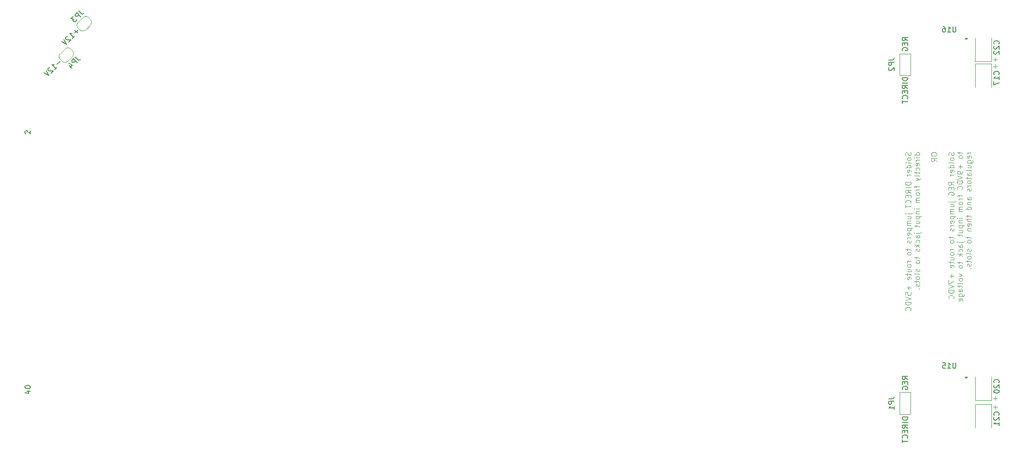
<source format=gbr>
%TF.GenerationSoftware,KiCad,Pcbnew,8.0.2*%
%TF.CreationDate,2024-06-10T22:31:20-05:00*%
%TF.ProjectId,Tandy Color Computer Multi-Pak,54616e64-7920-4436-9f6c-6f7220436f6d,rev?*%
%TF.SameCoordinates,Original*%
%TF.FileFunction,Legend,Bot*%
%TF.FilePolarity,Positive*%
%FSLAX46Y46*%
G04 Gerber Fmt 4.6, Leading zero omitted, Abs format (unit mm)*
G04 Created by KiCad (PCBNEW 8.0.2) date 2024-06-10 22:31:20*
%MOMM*%
%LPD*%
G01*
G04 APERTURE LIST*
%ADD10C,0.100000*%
%ADD11C,0.150000*%
%ADD12C,0.120000*%
G04 APERTURE END LIST*
D10*
X255982115Y-44195466D02*
X255220211Y-44195466D01*
X255601163Y-44576419D02*
X255601163Y-43814514D01*
X239761192Y-61597265D02*
X239808811Y-61740122D01*
X239808811Y-61740122D02*
X239808811Y-61978217D01*
X239808811Y-61978217D02*
X239761192Y-62073455D01*
X239761192Y-62073455D02*
X239713572Y-62121074D01*
X239713572Y-62121074D02*
X239618334Y-62168693D01*
X239618334Y-62168693D02*
X239523096Y-62168693D01*
X239523096Y-62168693D02*
X239427858Y-62121074D01*
X239427858Y-62121074D02*
X239380239Y-62073455D01*
X239380239Y-62073455D02*
X239332620Y-61978217D01*
X239332620Y-61978217D02*
X239285001Y-61787741D01*
X239285001Y-61787741D02*
X239237382Y-61692503D01*
X239237382Y-61692503D02*
X239189763Y-61644884D01*
X239189763Y-61644884D02*
X239094525Y-61597265D01*
X239094525Y-61597265D02*
X238999287Y-61597265D01*
X238999287Y-61597265D02*
X238904049Y-61644884D01*
X238904049Y-61644884D02*
X238856430Y-61692503D01*
X238856430Y-61692503D02*
X238808811Y-61787741D01*
X238808811Y-61787741D02*
X238808811Y-62025836D01*
X238808811Y-62025836D02*
X238856430Y-62168693D01*
X239808811Y-62740122D02*
X239761192Y-62644884D01*
X239761192Y-62644884D02*
X239713572Y-62597265D01*
X239713572Y-62597265D02*
X239618334Y-62549646D01*
X239618334Y-62549646D02*
X239332620Y-62549646D01*
X239332620Y-62549646D02*
X239237382Y-62597265D01*
X239237382Y-62597265D02*
X239189763Y-62644884D01*
X239189763Y-62644884D02*
X239142144Y-62740122D01*
X239142144Y-62740122D02*
X239142144Y-62882979D01*
X239142144Y-62882979D02*
X239189763Y-62978217D01*
X239189763Y-62978217D02*
X239237382Y-63025836D01*
X239237382Y-63025836D02*
X239332620Y-63073455D01*
X239332620Y-63073455D02*
X239618334Y-63073455D01*
X239618334Y-63073455D02*
X239713572Y-63025836D01*
X239713572Y-63025836D02*
X239761192Y-62978217D01*
X239761192Y-62978217D02*
X239808811Y-62882979D01*
X239808811Y-62882979D02*
X239808811Y-62740122D01*
X239808811Y-63644884D02*
X239761192Y-63549646D01*
X239761192Y-63549646D02*
X239665953Y-63502027D01*
X239665953Y-63502027D02*
X238808811Y-63502027D01*
X239808811Y-64454408D02*
X238808811Y-64454408D01*
X239761192Y-64454408D02*
X239808811Y-64359170D01*
X239808811Y-64359170D02*
X239808811Y-64168694D01*
X239808811Y-64168694D02*
X239761192Y-64073456D01*
X239761192Y-64073456D02*
X239713572Y-64025837D01*
X239713572Y-64025837D02*
X239618334Y-63978218D01*
X239618334Y-63978218D02*
X239332620Y-63978218D01*
X239332620Y-63978218D02*
X239237382Y-64025837D01*
X239237382Y-64025837D02*
X239189763Y-64073456D01*
X239189763Y-64073456D02*
X239142144Y-64168694D01*
X239142144Y-64168694D02*
X239142144Y-64359170D01*
X239142144Y-64359170D02*
X239189763Y-64454408D01*
X239761192Y-65311551D02*
X239808811Y-65216313D01*
X239808811Y-65216313D02*
X239808811Y-65025837D01*
X239808811Y-65025837D02*
X239761192Y-64930599D01*
X239761192Y-64930599D02*
X239665953Y-64882980D01*
X239665953Y-64882980D02*
X239285001Y-64882980D01*
X239285001Y-64882980D02*
X239189763Y-64930599D01*
X239189763Y-64930599D02*
X239142144Y-65025837D01*
X239142144Y-65025837D02*
X239142144Y-65216313D01*
X239142144Y-65216313D02*
X239189763Y-65311551D01*
X239189763Y-65311551D02*
X239285001Y-65359170D01*
X239285001Y-65359170D02*
X239380239Y-65359170D01*
X239380239Y-65359170D02*
X239475477Y-64882980D01*
X239808811Y-65787742D02*
X239142144Y-65787742D01*
X239332620Y-65787742D02*
X239237382Y-65835361D01*
X239237382Y-65835361D02*
X239189763Y-65882980D01*
X239189763Y-65882980D02*
X239142144Y-65978218D01*
X239142144Y-65978218D02*
X239142144Y-66073456D01*
X239808811Y-67168695D02*
X238808811Y-67168695D01*
X238808811Y-67168695D02*
X238808811Y-67406790D01*
X238808811Y-67406790D02*
X238856430Y-67549647D01*
X238856430Y-67549647D02*
X238951668Y-67644885D01*
X238951668Y-67644885D02*
X239046906Y-67692504D01*
X239046906Y-67692504D02*
X239237382Y-67740123D01*
X239237382Y-67740123D02*
X239380239Y-67740123D01*
X239380239Y-67740123D02*
X239570715Y-67692504D01*
X239570715Y-67692504D02*
X239665953Y-67644885D01*
X239665953Y-67644885D02*
X239761192Y-67549647D01*
X239761192Y-67549647D02*
X239808811Y-67406790D01*
X239808811Y-67406790D02*
X239808811Y-67168695D01*
X239808811Y-68168695D02*
X238808811Y-68168695D01*
X239808811Y-69216313D02*
X239332620Y-68882980D01*
X239808811Y-68644885D02*
X238808811Y-68644885D01*
X238808811Y-68644885D02*
X238808811Y-69025837D01*
X238808811Y-69025837D02*
X238856430Y-69121075D01*
X238856430Y-69121075D02*
X238904049Y-69168694D01*
X238904049Y-69168694D02*
X238999287Y-69216313D01*
X238999287Y-69216313D02*
X239142144Y-69216313D01*
X239142144Y-69216313D02*
X239237382Y-69168694D01*
X239237382Y-69168694D02*
X239285001Y-69121075D01*
X239285001Y-69121075D02*
X239332620Y-69025837D01*
X239332620Y-69025837D02*
X239332620Y-68644885D01*
X239285001Y-69644885D02*
X239285001Y-69978218D01*
X239808811Y-70121075D02*
X239808811Y-69644885D01*
X239808811Y-69644885D02*
X238808811Y-69644885D01*
X238808811Y-69644885D02*
X238808811Y-70121075D01*
X239713572Y-71121075D02*
X239761192Y-71073456D01*
X239761192Y-71073456D02*
X239808811Y-70930599D01*
X239808811Y-70930599D02*
X239808811Y-70835361D01*
X239808811Y-70835361D02*
X239761192Y-70692504D01*
X239761192Y-70692504D02*
X239665953Y-70597266D01*
X239665953Y-70597266D02*
X239570715Y-70549647D01*
X239570715Y-70549647D02*
X239380239Y-70502028D01*
X239380239Y-70502028D02*
X239237382Y-70502028D01*
X239237382Y-70502028D02*
X239046906Y-70549647D01*
X239046906Y-70549647D02*
X238951668Y-70597266D01*
X238951668Y-70597266D02*
X238856430Y-70692504D01*
X238856430Y-70692504D02*
X238808811Y-70835361D01*
X238808811Y-70835361D02*
X238808811Y-70930599D01*
X238808811Y-70930599D02*
X238856430Y-71073456D01*
X238856430Y-71073456D02*
X238904049Y-71121075D01*
X238808811Y-71406790D02*
X238808811Y-71978218D01*
X239808811Y-71692504D02*
X238808811Y-71692504D01*
X239142144Y-73073457D02*
X239999287Y-73073457D01*
X239999287Y-73073457D02*
X240094525Y-73025838D01*
X240094525Y-73025838D02*
X240142144Y-72930600D01*
X240142144Y-72930600D02*
X240142144Y-72882981D01*
X238808811Y-73073457D02*
X238856430Y-73025838D01*
X238856430Y-73025838D02*
X238904049Y-73073457D01*
X238904049Y-73073457D02*
X238856430Y-73121076D01*
X238856430Y-73121076D02*
X238808811Y-73073457D01*
X238808811Y-73073457D02*
X238904049Y-73073457D01*
X239142144Y-73978218D02*
X239808811Y-73978218D01*
X239142144Y-73549647D02*
X239665953Y-73549647D01*
X239665953Y-73549647D02*
X239761192Y-73597266D01*
X239761192Y-73597266D02*
X239808811Y-73692504D01*
X239808811Y-73692504D02*
X239808811Y-73835361D01*
X239808811Y-73835361D02*
X239761192Y-73930599D01*
X239761192Y-73930599D02*
X239713572Y-73978218D01*
X239808811Y-74454409D02*
X239142144Y-74454409D01*
X239237382Y-74454409D02*
X239189763Y-74502028D01*
X239189763Y-74502028D02*
X239142144Y-74597266D01*
X239142144Y-74597266D02*
X239142144Y-74740123D01*
X239142144Y-74740123D02*
X239189763Y-74835361D01*
X239189763Y-74835361D02*
X239285001Y-74882980D01*
X239285001Y-74882980D02*
X239808811Y-74882980D01*
X239285001Y-74882980D02*
X239189763Y-74930599D01*
X239189763Y-74930599D02*
X239142144Y-75025837D01*
X239142144Y-75025837D02*
X239142144Y-75168694D01*
X239142144Y-75168694D02*
X239189763Y-75263933D01*
X239189763Y-75263933D02*
X239285001Y-75311552D01*
X239285001Y-75311552D02*
X239808811Y-75311552D01*
X239142144Y-75787742D02*
X240142144Y-75787742D01*
X239189763Y-75787742D02*
X239142144Y-75882980D01*
X239142144Y-75882980D02*
X239142144Y-76073456D01*
X239142144Y-76073456D02*
X239189763Y-76168694D01*
X239189763Y-76168694D02*
X239237382Y-76216313D01*
X239237382Y-76216313D02*
X239332620Y-76263932D01*
X239332620Y-76263932D02*
X239618334Y-76263932D01*
X239618334Y-76263932D02*
X239713572Y-76216313D01*
X239713572Y-76216313D02*
X239761192Y-76168694D01*
X239761192Y-76168694D02*
X239808811Y-76073456D01*
X239808811Y-76073456D02*
X239808811Y-75882980D01*
X239808811Y-75882980D02*
X239761192Y-75787742D01*
X239761192Y-77073456D02*
X239808811Y-76978218D01*
X239808811Y-76978218D02*
X239808811Y-76787742D01*
X239808811Y-76787742D02*
X239761192Y-76692504D01*
X239761192Y-76692504D02*
X239665953Y-76644885D01*
X239665953Y-76644885D02*
X239285001Y-76644885D01*
X239285001Y-76644885D02*
X239189763Y-76692504D01*
X239189763Y-76692504D02*
X239142144Y-76787742D01*
X239142144Y-76787742D02*
X239142144Y-76978218D01*
X239142144Y-76978218D02*
X239189763Y-77073456D01*
X239189763Y-77073456D02*
X239285001Y-77121075D01*
X239285001Y-77121075D02*
X239380239Y-77121075D01*
X239380239Y-77121075D02*
X239475477Y-76644885D01*
X239808811Y-77549647D02*
X239142144Y-77549647D01*
X239332620Y-77549647D02*
X239237382Y-77597266D01*
X239237382Y-77597266D02*
X239189763Y-77644885D01*
X239189763Y-77644885D02*
X239142144Y-77740123D01*
X239142144Y-77740123D02*
X239142144Y-77835361D01*
X239761192Y-78121076D02*
X239808811Y-78216314D01*
X239808811Y-78216314D02*
X239808811Y-78406790D01*
X239808811Y-78406790D02*
X239761192Y-78502028D01*
X239761192Y-78502028D02*
X239665953Y-78549647D01*
X239665953Y-78549647D02*
X239618334Y-78549647D01*
X239618334Y-78549647D02*
X239523096Y-78502028D01*
X239523096Y-78502028D02*
X239475477Y-78406790D01*
X239475477Y-78406790D02*
X239475477Y-78263933D01*
X239475477Y-78263933D02*
X239427858Y-78168695D01*
X239427858Y-78168695D02*
X239332620Y-78121076D01*
X239332620Y-78121076D02*
X239285001Y-78121076D01*
X239285001Y-78121076D02*
X239189763Y-78168695D01*
X239189763Y-78168695D02*
X239142144Y-78263933D01*
X239142144Y-78263933D02*
X239142144Y-78406790D01*
X239142144Y-78406790D02*
X239189763Y-78502028D01*
X239142144Y-79597267D02*
X239142144Y-79978219D01*
X238808811Y-79740124D02*
X239665953Y-79740124D01*
X239665953Y-79740124D02*
X239761192Y-79787743D01*
X239761192Y-79787743D02*
X239808811Y-79882981D01*
X239808811Y-79882981D02*
X239808811Y-79978219D01*
X239808811Y-80454410D02*
X239761192Y-80359172D01*
X239761192Y-80359172D02*
X239713572Y-80311553D01*
X239713572Y-80311553D02*
X239618334Y-80263934D01*
X239618334Y-80263934D02*
X239332620Y-80263934D01*
X239332620Y-80263934D02*
X239237382Y-80311553D01*
X239237382Y-80311553D02*
X239189763Y-80359172D01*
X239189763Y-80359172D02*
X239142144Y-80454410D01*
X239142144Y-80454410D02*
X239142144Y-80597267D01*
X239142144Y-80597267D02*
X239189763Y-80692505D01*
X239189763Y-80692505D02*
X239237382Y-80740124D01*
X239237382Y-80740124D02*
X239332620Y-80787743D01*
X239332620Y-80787743D02*
X239618334Y-80787743D01*
X239618334Y-80787743D02*
X239713572Y-80740124D01*
X239713572Y-80740124D02*
X239761192Y-80692505D01*
X239761192Y-80692505D02*
X239808811Y-80597267D01*
X239808811Y-80597267D02*
X239808811Y-80454410D01*
X239808811Y-81978220D02*
X239142144Y-81978220D01*
X239332620Y-81978220D02*
X239237382Y-82025839D01*
X239237382Y-82025839D02*
X239189763Y-82073458D01*
X239189763Y-82073458D02*
X239142144Y-82168696D01*
X239142144Y-82168696D02*
X239142144Y-82263934D01*
X239808811Y-82740125D02*
X239761192Y-82644887D01*
X239761192Y-82644887D02*
X239713572Y-82597268D01*
X239713572Y-82597268D02*
X239618334Y-82549649D01*
X239618334Y-82549649D02*
X239332620Y-82549649D01*
X239332620Y-82549649D02*
X239237382Y-82597268D01*
X239237382Y-82597268D02*
X239189763Y-82644887D01*
X239189763Y-82644887D02*
X239142144Y-82740125D01*
X239142144Y-82740125D02*
X239142144Y-82882982D01*
X239142144Y-82882982D02*
X239189763Y-82978220D01*
X239189763Y-82978220D02*
X239237382Y-83025839D01*
X239237382Y-83025839D02*
X239332620Y-83073458D01*
X239332620Y-83073458D02*
X239618334Y-83073458D01*
X239618334Y-83073458D02*
X239713572Y-83025839D01*
X239713572Y-83025839D02*
X239761192Y-82978220D01*
X239761192Y-82978220D02*
X239808811Y-82882982D01*
X239808811Y-82882982D02*
X239808811Y-82740125D01*
X239142144Y-83930601D02*
X239808811Y-83930601D01*
X239142144Y-83502030D02*
X239665953Y-83502030D01*
X239665953Y-83502030D02*
X239761192Y-83549649D01*
X239761192Y-83549649D02*
X239808811Y-83644887D01*
X239808811Y-83644887D02*
X239808811Y-83787744D01*
X239808811Y-83787744D02*
X239761192Y-83882982D01*
X239761192Y-83882982D02*
X239713572Y-83930601D01*
X239142144Y-84263935D02*
X239142144Y-84644887D01*
X238808811Y-84406792D02*
X239665953Y-84406792D01*
X239665953Y-84406792D02*
X239761192Y-84454411D01*
X239761192Y-84454411D02*
X239808811Y-84549649D01*
X239808811Y-84549649D02*
X239808811Y-84644887D01*
X239761192Y-85359173D02*
X239808811Y-85263935D01*
X239808811Y-85263935D02*
X239808811Y-85073459D01*
X239808811Y-85073459D02*
X239761192Y-84978221D01*
X239761192Y-84978221D02*
X239665953Y-84930602D01*
X239665953Y-84930602D02*
X239285001Y-84930602D01*
X239285001Y-84930602D02*
X239189763Y-84978221D01*
X239189763Y-84978221D02*
X239142144Y-85073459D01*
X239142144Y-85073459D02*
X239142144Y-85263935D01*
X239142144Y-85263935D02*
X239189763Y-85359173D01*
X239189763Y-85359173D02*
X239285001Y-85406792D01*
X239285001Y-85406792D02*
X239380239Y-85406792D01*
X239380239Y-85406792D02*
X239475477Y-84930602D01*
X239427858Y-86597269D02*
X239427858Y-87359174D01*
X239808811Y-86978221D02*
X239046906Y-86978221D01*
X238808811Y-88311554D02*
X238808811Y-87835364D01*
X238808811Y-87835364D02*
X239285001Y-87787745D01*
X239285001Y-87787745D02*
X239237382Y-87835364D01*
X239237382Y-87835364D02*
X239189763Y-87930602D01*
X239189763Y-87930602D02*
X239189763Y-88168697D01*
X239189763Y-88168697D02*
X239237382Y-88263935D01*
X239237382Y-88263935D02*
X239285001Y-88311554D01*
X239285001Y-88311554D02*
X239380239Y-88359173D01*
X239380239Y-88359173D02*
X239618334Y-88359173D01*
X239618334Y-88359173D02*
X239713572Y-88311554D01*
X239713572Y-88311554D02*
X239761192Y-88263935D01*
X239761192Y-88263935D02*
X239808811Y-88168697D01*
X239808811Y-88168697D02*
X239808811Y-87930602D01*
X239808811Y-87930602D02*
X239761192Y-87835364D01*
X239761192Y-87835364D02*
X239713572Y-87787745D01*
X238808811Y-88644888D02*
X239808811Y-88978221D01*
X239808811Y-88978221D02*
X238808811Y-89311554D01*
X239808811Y-89644888D02*
X238808811Y-89644888D01*
X238808811Y-89644888D02*
X238808811Y-89882983D01*
X238808811Y-89882983D02*
X238856430Y-90025840D01*
X238856430Y-90025840D02*
X238951668Y-90121078D01*
X238951668Y-90121078D02*
X239046906Y-90168697D01*
X239046906Y-90168697D02*
X239237382Y-90216316D01*
X239237382Y-90216316D02*
X239380239Y-90216316D01*
X239380239Y-90216316D02*
X239570715Y-90168697D01*
X239570715Y-90168697D02*
X239665953Y-90121078D01*
X239665953Y-90121078D02*
X239761192Y-90025840D01*
X239761192Y-90025840D02*
X239808811Y-89882983D01*
X239808811Y-89882983D02*
X239808811Y-89644888D01*
X239713572Y-91216316D02*
X239761192Y-91168697D01*
X239761192Y-91168697D02*
X239808811Y-91025840D01*
X239808811Y-91025840D02*
X239808811Y-90930602D01*
X239808811Y-90930602D02*
X239761192Y-90787745D01*
X239761192Y-90787745D02*
X239665953Y-90692507D01*
X239665953Y-90692507D02*
X239570715Y-90644888D01*
X239570715Y-90644888D02*
X239380239Y-90597269D01*
X239380239Y-90597269D02*
X239237382Y-90597269D01*
X239237382Y-90597269D02*
X239046906Y-90644888D01*
X239046906Y-90644888D02*
X238951668Y-90692507D01*
X238951668Y-90692507D02*
X238856430Y-90787745D01*
X238856430Y-90787745D02*
X238808811Y-90930602D01*
X238808811Y-90930602D02*
X238808811Y-91025840D01*
X238808811Y-91025840D02*
X238856430Y-91168697D01*
X238856430Y-91168697D02*
X238904049Y-91216316D01*
X241418755Y-62073455D02*
X240418755Y-62073455D01*
X241371136Y-62073455D02*
X241418755Y-61978217D01*
X241418755Y-61978217D02*
X241418755Y-61787741D01*
X241418755Y-61787741D02*
X241371136Y-61692503D01*
X241371136Y-61692503D02*
X241323516Y-61644884D01*
X241323516Y-61644884D02*
X241228278Y-61597265D01*
X241228278Y-61597265D02*
X240942564Y-61597265D01*
X240942564Y-61597265D02*
X240847326Y-61644884D01*
X240847326Y-61644884D02*
X240799707Y-61692503D01*
X240799707Y-61692503D02*
X240752088Y-61787741D01*
X240752088Y-61787741D02*
X240752088Y-61978217D01*
X240752088Y-61978217D02*
X240799707Y-62073455D01*
X241418755Y-62549646D02*
X240752088Y-62549646D01*
X240418755Y-62549646D02*
X240466374Y-62502027D01*
X240466374Y-62502027D02*
X240513993Y-62549646D01*
X240513993Y-62549646D02*
X240466374Y-62597265D01*
X240466374Y-62597265D02*
X240418755Y-62549646D01*
X240418755Y-62549646D02*
X240513993Y-62549646D01*
X241418755Y-63025836D02*
X240752088Y-63025836D01*
X240942564Y-63025836D02*
X240847326Y-63073455D01*
X240847326Y-63073455D02*
X240799707Y-63121074D01*
X240799707Y-63121074D02*
X240752088Y-63216312D01*
X240752088Y-63216312D02*
X240752088Y-63311550D01*
X241371136Y-64025836D02*
X241418755Y-63930598D01*
X241418755Y-63930598D02*
X241418755Y-63740122D01*
X241418755Y-63740122D02*
X241371136Y-63644884D01*
X241371136Y-63644884D02*
X241275897Y-63597265D01*
X241275897Y-63597265D02*
X240894945Y-63597265D01*
X240894945Y-63597265D02*
X240799707Y-63644884D01*
X240799707Y-63644884D02*
X240752088Y-63740122D01*
X240752088Y-63740122D02*
X240752088Y-63930598D01*
X240752088Y-63930598D02*
X240799707Y-64025836D01*
X240799707Y-64025836D02*
X240894945Y-64073455D01*
X240894945Y-64073455D02*
X240990183Y-64073455D01*
X240990183Y-64073455D02*
X241085421Y-63597265D01*
X241371136Y-64930598D02*
X241418755Y-64835360D01*
X241418755Y-64835360D02*
X241418755Y-64644884D01*
X241418755Y-64644884D02*
X241371136Y-64549646D01*
X241371136Y-64549646D02*
X241323516Y-64502027D01*
X241323516Y-64502027D02*
X241228278Y-64454408D01*
X241228278Y-64454408D02*
X240942564Y-64454408D01*
X240942564Y-64454408D02*
X240847326Y-64502027D01*
X240847326Y-64502027D02*
X240799707Y-64549646D01*
X240799707Y-64549646D02*
X240752088Y-64644884D01*
X240752088Y-64644884D02*
X240752088Y-64835360D01*
X240752088Y-64835360D02*
X240799707Y-64930598D01*
X240752088Y-65216313D02*
X240752088Y-65597265D01*
X240418755Y-65359170D02*
X241275897Y-65359170D01*
X241275897Y-65359170D02*
X241371136Y-65406789D01*
X241371136Y-65406789D02*
X241418755Y-65502027D01*
X241418755Y-65502027D02*
X241418755Y-65597265D01*
X241418755Y-66073456D02*
X241371136Y-65978218D01*
X241371136Y-65978218D02*
X241275897Y-65930599D01*
X241275897Y-65930599D02*
X240418755Y-65930599D01*
X240752088Y-66359171D02*
X241418755Y-66597266D01*
X240752088Y-66835361D02*
X241418755Y-66597266D01*
X241418755Y-66597266D02*
X241656850Y-66502028D01*
X241656850Y-66502028D02*
X241704469Y-66454409D01*
X241704469Y-66454409D02*
X241752088Y-66359171D01*
X240752088Y-67835362D02*
X240752088Y-68216314D01*
X241418755Y-67978219D02*
X240561612Y-67978219D01*
X240561612Y-67978219D02*
X240466374Y-68025838D01*
X240466374Y-68025838D02*
X240418755Y-68121076D01*
X240418755Y-68121076D02*
X240418755Y-68216314D01*
X241418755Y-68549648D02*
X240752088Y-68549648D01*
X240942564Y-68549648D02*
X240847326Y-68597267D01*
X240847326Y-68597267D02*
X240799707Y-68644886D01*
X240799707Y-68644886D02*
X240752088Y-68740124D01*
X240752088Y-68740124D02*
X240752088Y-68835362D01*
X241418755Y-69311553D02*
X241371136Y-69216315D01*
X241371136Y-69216315D02*
X241323516Y-69168696D01*
X241323516Y-69168696D02*
X241228278Y-69121077D01*
X241228278Y-69121077D02*
X240942564Y-69121077D01*
X240942564Y-69121077D02*
X240847326Y-69168696D01*
X240847326Y-69168696D02*
X240799707Y-69216315D01*
X240799707Y-69216315D02*
X240752088Y-69311553D01*
X240752088Y-69311553D02*
X240752088Y-69454410D01*
X240752088Y-69454410D02*
X240799707Y-69549648D01*
X240799707Y-69549648D02*
X240847326Y-69597267D01*
X240847326Y-69597267D02*
X240942564Y-69644886D01*
X240942564Y-69644886D02*
X241228278Y-69644886D01*
X241228278Y-69644886D02*
X241323516Y-69597267D01*
X241323516Y-69597267D02*
X241371136Y-69549648D01*
X241371136Y-69549648D02*
X241418755Y-69454410D01*
X241418755Y-69454410D02*
X241418755Y-69311553D01*
X241418755Y-70073458D02*
X240752088Y-70073458D01*
X240847326Y-70073458D02*
X240799707Y-70121077D01*
X240799707Y-70121077D02*
X240752088Y-70216315D01*
X240752088Y-70216315D02*
X240752088Y-70359172D01*
X240752088Y-70359172D02*
X240799707Y-70454410D01*
X240799707Y-70454410D02*
X240894945Y-70502029D01*
X240894945Y-70502029D02*
X241418755Y-70502029D01*
X240894945Y-70502029D02*
X240799707Y-70549648D01*
X240799707Y-70549648D02*
X240752088Y-70644886D01*
X240752088Y-70644886D02*
X240752088Y-70787743D01*
X240752088Y-70787743D02*
X240799707Y-70882982D01*
X240799707Y-70882982D02*
X240894945Y-70930601D01*
X240894945Y-70930601D02*
X241418755Y-70930601D01*
X241418755Y-72168696D02*
X240752088Y-72168696D01*
X240418755Y-72168696D02*
X240466374Y-72121077D01*
X240466374Y-72121077D02*
X240513993Y-72168696D01*
X240513993Y-72168696D02*
X240466374Y-72216315D01*
X240466374Y-72216315D02*
X240418755Y-72168696D01*
X240418755Y-72168696D02*
X240513993Y-72168696D01*
X240752088Y-72644886D02*
X241418755Y-72644886D01*
X240847326Y-72644886D02*
X240799707Y-72692505D01*
X240799707Y-72692505D02*
X240752088Y-72787743D01*
X240752088Y-72787743D02*
X240752088Y-72930600D01*
X240752088Y-72930600D02*
X240799707Y-73025838D01*
X240799707Y-73025838D02*
X240894945Y-73073457D01*
X240894945Y-73073457D02*
X241418755Y-73073457D01*
X240752088Y-73549648D02*
X241752088Y-73549648D01*
X240799707Y-73549648D02*
X240752088Y-73644886D01*
X240752088Y-73644886D02*
X240752088Y-73835362D01*
X240752088Y-73835362D02*
X240799707Y-73930600D01*
X240799707Y-73930600D02*
X240847326Y-73978219D01*
X240847326Y-73978219D02*
X240942564Y-74025838D01*
X240942564Y-74025838D02*
X241228278Y-74025838D01*
X241228278Y-74025838D02*
X241323516Y-73978219D01*
X241323516Y-73978219D02*
X241371136Y-73930600D01*
X241371136Y-73930600D02*
X241418755Y-73835362D01*
X241418755Y-73835362D02*
X241418755Y-73644886D01*
X241418755Y-73644886D02*
X241371136Y-73549648D01*
X240752088Y-74882981D02*
X241418755Y-74882981D01*
X240752088Y-74454410D02*
X241275897Y-74454410D01*
X241275897Y-74454410D02*
X241371136Y-74502029D01*
X241371136Y-74502029D02*
X241418755Y-74597267D01*
X241418755Y-74597267D02*
X241418755Y-74740124D01*
X241418755Y-74740124D02*
X241371136Y-74835362D01*
X241371136Y-74835362D02*
X241323516Y-74882981D01*
X240752088Y-75216315D02*
X240752088Y-75597267D01*
X240418755Y-75359172D02*
X241275897Y-75359172D01*
X241275897Y-75359172D02*
X241371136Y-75406791D01*
X241371136Y-75406791D02*
X241418755Y-75502029D01*
X241418755Y-75502029D02*
X241418755Y-75597267D01*
X240752088Y-76692506D02*
X241609231Y-76692506D01*
X241609231Y-76692506D02*
X241704469Y-76644887D01*
X241704469Y-76644887D02*
X241752088Y-76549649D01*
X241752088Y-76549649D02*
X241752088Y-76502030D01*
X240418755Y-76692506D02*
X240466374Y-76644887D01*
X240466374Y-76644887D02*
X240513993Y-76692506D01*
X240513993Y-76692506D02*
X240466374Y-76740125D01*
X240466374Y-76740125D02*
X240418755Y-76692506D01*
X240418755Y-76692506D02*
X240513993Y-76692506D01*
X241418755Y-77597267D02*
X240894945Y-77597267D01*
X240894945Y-77597267D02*
X240799707Y-77549648D01*
X240799707Y-77549648D02*
X240752088Y-77454410D01*
X240752088Y-77454410D02*
X240752088Y-77263934D01*
X240752088Y-77263934D02*
X240799707Y-77168696D01*
X241371136Y-77597267D02*
X241418755Y-77502029D01*
X241418755Y-77502029D02*
X241418755Y-77263934D01*
X241418755Y-77263934D02*
X241371136Y-77168696D01*
X241371136Y-77168696D02*
X241275897Y-77121077D01*
X241275897Y-77121077D02*
X241180659Y-77121077D01*
X241180659Y-77121077D02*
X241085421Y-77168696D01*
X241085421Y-77168696D02*
X241037802Y-77263934D01*
X241037802Y-77263934D02*
X241037802Y-77502029D01*
X241037802Y-77502029D02*
X240990183Y-77597267D01*
X241371136Y-78502029D02*
X241418755Y-78406791D01*
X241418755Y-78406791D02*
X241418755Y-78216315D01*
X241418755Y-78216315D02*
X241371136Y-78121077D01*
X241371136Y-78121077D02*
X241323516Y-78073458D01*
X241323516Y-78073458D02*
X241228278Y-78025839D01*
X241228278Y-78025839D02*
X240942564Y-78025839D01*
X240942564Y-78025839D02*
X240847326Y-78073458D01*
X240847326Y-78073458D02*
X240799707Y-78121077D01*
X240799707Y-78121077D02*
X240752088Y-78216315D01*
X240752088Y-78216315D02*
X240752088Y-78406791D01*
X240752088Y-78406791D02*
X240799707Y-78502029D01*
X241418755Y-78930601D02*
X240418755Y-78930601D01*
X241037802Y-79025839D02*
X241418755Y-79311553D01*
X240752088Y-79311553D02*
X241133040Y-78930601D01*
X241371136Y-79692506D02*
X241418755Y-79787744D01*
X241418755Y-79787744D02*
X241418755Y-79978220D01*
X241418755Y-79978220D02*
X241371136Y-80073458D01*
X241371136Y-80073458D02*
X241275897Y-80121077D01*
X241275897Y-80121077D02*
X241228278Y-80121077D01*
X241228278Y-80121077D02*
X241133040Y-80073458D01*
X241133040Y-80073458D02*
X241085421Y-79978220D01*
X241085421Y-79978220D02*
X241085421Y-79835363D01*
X241085421Y-79835363D02*
X241037802Y-79740125D01*
X241037802Y-79740125D02*
X240942564Y-79692506D01*
X240942564Y-79692506D02*
X240894945Y-79692506D01*
X240894945Y-79692506D02*
X240799707Y-79740125D01*
X240799707Y-79740125D02*
X240752088Y-79835363D01*
X240752088Y-79835363D02*
X240752088Y-79978220D01*
X240752088Y-79978220D02*
X240799707Y-80073458D01*
X240752088Y-81168697D02*
X240752088Y-81549649D01*
X240418755Y-81311554D02*
X241275897Y-81311554D01*
X241275897Y-81311554D02*
X241371136Y-81359173D01*
X241371136Y-81359173D02*
X241418755Y-81454411D01*
X241418755Y-81454411D02*
X241418755Y-81549649D01*
X241418755Y-82025840D02*
X241371136Y-81930602D01*
X241371136Y-81930602D02*
X241323516Y-81882983D01*
X241323516Y-81882983D02*
X241228278Y-81835364D01*
X241228278Y-81835364D02*
X240942564Y-81835364D01*
X240942564Y-81835364D02*
X240847326Y-81882983D01*
X240847326Y-81882983D02*
X240799707Y-81930602D01*
X240799707Y-81930602D02*
X240752088Y-82025840D01*
X240752088Y-82025840D02*
X240752088Y-82168697D01*
X240752088Y-82168697D02*
X240799707Y-82263935D01*
X240799707Y-82263935D02*
X240847326Y-82311554D01*
X240847326Y-82311554D02*
X240942564Y-82359173D01*
X240942564Y-82359173D02*
X241228278Y-82359173D01*
X241228278Y-82359173D02*
X241323516Y-82311554D01*
X241323516Y-82311554D02*
X241371136Y-82263935D01*
X241371136Y-82263935D02*
X241418755Y-82168697D01*
X241418755Y-82168697D02*
X241418755Y-82025840D01*
X241371136Y-83502031D02*
X241418755Y-83597269D01*
X241418755Y-83597269D02*
X241418755Y-83787745D01*
X241418755Y-83787745D02*
X241371136Y-83882983D01*
X241371136Y-83882983D02*
X241275897Y-83930602D01*
X241275897Y-83930602D02*
X241228278Y-83930602D01*
X241228278Y-83930602D02*
X241133040Y-83882983D01*
X241133040Y-83882983D02*
X241085421Y-83787745D01*
X241085421Y-83787745D02*
X241085421Y-83644888D01*
X241085421Y-83644888D02*
X241037802Y-83549650D01*
X241037802Y-83549650D02*
X240942564Y-83502031D01*
X240942564Y-83502031D02*
X240894945Y-83502031D01*
X240894945Y-83502031D02*
X240799707Y-83549650D01*
X240799707Y-83549650D02*
X240752088Y-83644888D01*
X240752088Y-83644888D02*
X240752088Y-83787745D01*
X240752088Y-83787745D02*
X240799707Y-83882983D01*
X241418755Y-84502031D02*
X241371136Y-84406793D01*
X241371136Y-84406793D02*
X241275897Y-84359174D01*
X241275897Y-84359174D02*
X240418755Y-84359174D01*
X241418755Y-85025841D02*
X241371136Y-84930603D01*
X241371136Y-84930603D02*
X241323516Y-84882984D01*
X241323516Y-84882984D02*
X241228278Y-84835365D01*
X241228278Y-84835365D02*
X240942564Y-84835365D01*
X240942564Y-84835365D02*
X240847326Y-84882984D01*
X240847326Y-84882984D02*
X240799707Y-84930603D01*
X240799707Y-84930603D02*
X240752088Y-85025841D01*
X240752088Y-85025841D02*
X240752088Y-85168698D01*
X240752088Y-85168698D02*
X240799707Y-85263936D01*
X240799707Y-85263936D02*
X240847326Y-85311555D01*
X240847326Y-85311555D02*
X240942564Y-85359174D01*
X240942564Y-85359174D02*
X241228278Y-85359174D01*
X241228278Y-85359174D02*
X241323516Y-85311555D01*
X241323516Y-85311555D02*
X241371136Y-85263936D01*
X241371136Y-85263936D02*
X241418755Y-85168698D01*
X241418755Y-85168698D02*
X241418755Y-85025841D01*
X240752088Y-85644889D02*
X240752088Y-86025841D01*
X240418755Y-85787746D02*
X241275897Y-85787746D01*
X241275897Y-85787746D02*
X241371136Y-85835365D01*
X241371136Y-85835365D02*
X241418755Y-85930603D01*
X241418755Y-85930603D02*
X241418755Y-86025841D01*
X241371136Y-86311556D02*
X241418755Y-86406794D01*
X241418755Y-86406794D02*
X241418755Y-86597270D01*
X241418755Y-86597270D02*
X241371136Y-86692508D01*
X241371136Y-86692508D02*
X241275897Y-86740127D01*
X241275897Y-86740127D02*
X241228278Y-86740127D01*
X241228278Y-86740127D02*
X241133040Y-86692508D01*
X241133040Y-86692508D02*
X241085421Y-86597270D01*
X241085421Y-86597270D02*
X241085421Y-86454413D01*
X241085421Y-86454413D02*
X241037802Y-86359175D01*
X241037802Y-86359175D02*
X240942564Y-86311556D01*
X240942564Y-86311556D02*
X240894945Y-86311556D01*
X240894945Y-86311556D02*
X240799707Y-86359175D01*
X240799707Y-86359175D02*
X240752088Y-86454413D01*
X240752088Y-86454413D02*
X240752088Y-86597270D01*
X240752088Y-86597270D02*
X240799707Y-86692508D01*
X241323516Y-87168699D02*
X241371136Y-87216318D01*
X241371136Y-87216318D02*
X241418755Y-87168699D01*
X241418755Y-87168699D02*
X241371136Y-87121080D01*
X241371136Y-87121080D02*
X241323516Y-87168699D01*
X241323516Y-87168699D02*
X241418755Y-87168699D01*
X243638643Y-61835360D02*
X243638643Y-62025836D01*
X243638643Y-62025836D02*
X243686262Y-62121074D01*
X243686262Y-62121074D02*
X243781500Y-62216312D01*
X243781500Y-62216312D02*
X243971976Y-62263931D01*
X243971976Y-62263931D02*
X244305309Y-62263931D01*
X244305309Y-62263931D02*
X244495785Y-62216312D01*
X244495785Y-62216312D02*
X244591024Y-62121074D01*
X244591024Y-62121074D02*
X244638643Y-62025836D01*
X244638643Y-62025836D02*
X244638643Y-61835360D01*
X244638643Y-61835360D02*
X244591024Y-61740122D01*
X244591024Y-61740122D02*
X244495785Y-61644884D01*
X244495785Y-61644884D02*
X244305309Y-61597265D01*
X244305309Y-61597265D02*
X243971976Y-61597265D01*
X243971976Y-61597265D02*
X243781500Y-61644884D01*
X243781500Y-61644884D02*
X243686262Y-61740122D01*
X243686262Y-61740122D02*
X243638643Y-61835360D01*
X244638643Y-63263931D02*
X244162452Y-62930598D01*
X244638643Y-62692503D02*
X243638643Y-62692503D01*
X243638643Y-62692503D02*
X243638643Y-63073455D01*
X243638643Y-63073455D02*
X243686262Y-63168693D01*
X243686262Y-63168693D02*
X243733881Y-63216312D01*
X243733881Y-63216312D02*
X243829119Y-63263931D01*
X243829119Y-63263931D02*
X243971976Y-63263931D01*
X243971976Y-63263931D02*
X244067214Y-63216312D01*
X244067214Y-63216312D02*
X244114833Y-63168693D01*
X244114833Y-63168693D02*
X244162452Y-63073455D01*
X244162452Y-63073455D02*
X244162452Y-62692503D01*
X247810912Y-61597265D02*
X247858531Y-61740122D01*
X247858531Y-61740122D02*
X247858531Y-61978217D01*
X247858531Y-61978217D02*
X247810912Y-62073455D01*
X247810912Y-62073455D02*
X247763292Y-62121074D01*
X247763292Y-62121074D02*
X247668054Y-62168693D01*
X247668054Y-62168693D02*
X247572816Y-62168693D01*
X247572816Y-62168693D02*
X247477578Y-62121074D01*
X247477578Y-62121074D02*
X247429959Y-62073455D01*
X247429959Y-62073455D02*
X247382340Y-61978217D01*
X247382340Y-61978217D02*
X247334721Y-61787741D01*
X247334721Y-61787741D02*
X247287102Y-61692503D01*
X247287102Y-61692503D02*
X247239483Y-61644884D01*
X247239483Y-61644884D02*
X247144245Y-61597265D01*
X247144245Y-61597265D02*
X247049007Y-61597265D01*
X247049007Y-61597265D02*
X246953769Y-61644884D01*
X246953769Y-61644884D02*
X246906150Y-61692503D01*
X246906150Y-61692503D02*
X246858531Y-61787741D01*
X246858531Y-61787741D02*
X246858531Y-62025836D01*
X246858531Y-62025836D02*
X246906150Y-62168693D01*
X247858531Y-62740122D02*
X247810912Y-62644884D01*
X247810912Y-62644884D02*
X247763292Y-62597265D01*
X247763292Y-62597265D02*
X247668054Y-62549646D01*
X247668054Y-62549646D02*
X247382340Y-62549646D01*
X247382340Y-62549646D02*
X247287102Y-62597265D01*
X247287102Y-62597265D02*
X247239483Y-62644884D01*
X247239483Y-62644884D02*
X247191864Y-62740122D01*
X247191864Y-62740122D02*
X247191864Y-62882979D01*
X247191864Y-62882979D02*
X247239483Y-62978217D01*
X247239483Y-62978217D02*
X247287102Y-63025836D01*
X247287102Y-63025836D02*
X247382340Y-63073455D01*
X247382340Y-63073455D02*
X247668054Y-63073455D01*
X247668054Y-63073455D02*
X247763292Y-63025836D01*
X247763292Y-63025836D02*
X247810912Y-62978217D01*
X247810912Y-62978217D02*
X247858531Y-62882979D01*
X247858531Y-62882979D02*
X247858531Y-62740122D01*
X247858531Y-63644884D02*
X247810912Y-63549646D01*
X247810912Y-63549646D02*
X247715673Y-63502027D01*
X247715673Y-63502027D02*
X246858531Y-63502027D01*
X247858531Y-64454408D02*
X246858531Y-64454408D01*
X247810912Y-64454408D02*
X247858531Y-64359170D01*
X247858531Y-64359170D02*
X247858531Y-64168694D01*
X247858531Y-64168694D02*
X247810912Y-64073456D01*
X247810912Y-64073456D02*
X247763292Y-64025837D01*
X247763292Y-64025837D02*
X247668054Y-63978218D01*
X247668054Y-63978218D02*
X247382340Y-63978218D01*
X247382340Y-63978218D02*
X247287102Y-64025837D01*
X247287102Y-64025837D02*
X247239483Y-64073456D01*
X247239483Y-64073456D02*
X247191864Y-64168694D01*
X247191864Y-64168694D02*
X247191864Y-64359170D01*
X247191864Y-64359170D02*
X247239483Y-64454408D01*
X247810912Y-65311551D02*
X247858531Y-65216313D01*
X247858531Y-65216313D02*
X247858531Y-65025837D01*
X247858531Y-65025837D02*
X247810912Y-64930599D01*
X247810912Y-64930599D02*
X247715673Y-64882980D01*
X247715673Y-64882980D02*
X247334721Y-64882980D01*
X247334721Y-64882980D02*
X247239483Y-64930599D01*
X247239483Y-64930599D02*
X247191864Y-65025837D01*
X247191864Y-65025837D02*
X247191864Y-65216313D01*
X247191864Y-65216313D02*
X247239483Y-65311551D01*
X247239483Y-65311551D02*
X247334721Y-65359170D01*
X247334721Y-65359170D02*
X247429959Y-65359170D01*
X247429959Y-65359170D02*
X247525197Y-64882980D01*
X247858531Y-65787742D02*
X247191864Y-65787742D01*
X247382340Y-65787742D02*
X247287102Y-65835361D01*
X247287102Y-65835361D02*
X247239483Y-65882980D01*
X247239483Y-65882980D02*
X247191864Y-65978218D01*
X247191864Y-65978218D02*
X247191864Y-66073456D01*
X247858531Y-67740123D02*
X247382340Y-67406790D01*
X247858531Y-67168695D02*
X246858531Y-67168695D01*
X246858531Y-67168695D02*
X246858531Y-67549647D01*
X246858531Y-67549647D02*
X246906150Y-67644885D01*
X246906150Y-67644885D02*
X246953769Y-67692504D01*
X246953769Y-67692504D02*
X247049007Y-67740123D01*
X247049007Y-67740123D02*
X247191864Y-67740123D01*
X247191864Y-67740123D02*
X247287102Y-67692504D01*
X247287102Y-67692504D02*
X247334721Y-67644885D01*
X247334721Y-67644885D02*
X247382340Y-67549647D01*
X247382340Y-67549647D02*
X247382340Y-67168695D01*
X247334721Y-68168695D02*
X247334721Y-68502028D01*
X247858531Y-68644885D02*
X247858531Y-68168695D01*
X247858531Y-68168695D02*
X246858531Y-68168695D01*
X246858531Y-68168695D02*
X246858531Y-68644885D01*
X246906150Y-69597266D02*
X246858531Y-69502028D01*
X246858531Y-69502028D02*
X246858531Y-69359171D01*
X246858531Y-69359171D02*
X246906150Y-69216314D01*
X246906150Y-69216314D02*
X247001388Y-69121076D01*
X247001388Y-69121076D02*
X247096626Y-69073457D01*
X247096626Y-69073457D02*
X247287102Y-69025838D01*
X247287102Y-69025838D02*
X247429959Y-69025838D01*
X247429959Y-69025838D02*
X247620435Y-69073457D01*
X247620435Y-69073457D02*
X247715673Y-69121076D01*
X247715673Y-69121076D02*
X247810912Y-69216314D01*
X247810912Y-69216314D02*
X247858531Y-69359171D01*
X247858531Y-69359171D02*
X247858531Y-69454409D01*
X247858531Y-69454409D02*
X247810912Y-69597266D01*
X247810912Y-69597266D02*
X247763292Y-69644885D01*
X247763292Y-69644885D02*
X247429959Y-69644885D01*
X247429959Y-69644885D02*
X247429959Y-69454409D01*
X247191864Y-70835362D02*
X248049007Y-70835362D01*
X248049007Y-70835362D02*
X248144245Y-70787743D01*
X248144245Y-70787743D02*
X248191864Y-70692505D01*
X248191864Y-70692505D02*
X248191864Y-70644886D01*
X246858531Y-70835362D02*
X246906150Y-70787743D01*
X246906150Y-70787743D02*
X246953769Y-70835362D01*
X246953769Y-70835362D02*
X246906150Y-70882981D01*
X246906150Y-70882981D02*
X246858531Y-70835362D01*
X246858531Y-70835362D02*
X246953769Y-70835362D01*
X247191864Y-71740123D02*
X247858531Y-71740123D01*
X247191864Y-71311552D02*
X247715673Y-71311552D01*
X247715673Y-71311552D02*
X247810912Y-71359171D01*
X247810912Y-71359171D02*
X247858531Y-71454409D01*
X247858531Y-71454409D02*
X247858531Y-71597266D01*
X247858531Y-71597266D02*
X247810912Y-71692504D01*
X247810912Y-71692504D02*
X247763292Y-71740123D01*
X247858531Y-72216314D02*
X247191864Y-72216314D01*
X247287102Y-72216314D02*
X247239483Y-72263933D01*
X247239483Y-72263933D02*
X247191864Y-72359171D01*
X247191864Y-72359171D02*
X247191864Y-72502028D01*
X247191864Y-72502028D02*
X247239483Y-72597266D01*
X247239483Y-72597266D02*
X247334721Y-72644885D01*
X247334721Y-72644885D02*
X247858531Y-72644885D01*
X247334721Y-72644885D02*
X247239483Y-72692504D01*
X247239483Y-72692504D02*
X247191864Y-72787742D01*
X247191864Y-72787742D02*
X247191864Y-72930599D01*
X247191864Y-72930599D02*
X247239483Y-73025838D01*
X247239483Y-73025838D02*
X247334721Y-73073457D01*
X247334721Y-73073457D02*
X247858531Y-73073457D01*
X247191864Y-73549647D02*
X248191864Y-73549647D01*
X247239483Y-73549647D02*
X247191864Y-73644885D01*
X247191864Y-73644885D02*
X247191864Y-73835361D01*
X247191864Y-73835361D02*
X247239483Y-73930599D01*
X247239483Y-73930599D02*
X247287102Y-73978218D01*
X247287102Y-73978218D02*
X247382340Y-74025837D01*
X247382340Y-74025837D02*
X247668054Y-74025837D01*
X247668054Y-74025837D02*
X247763292Y-73978218D01*
X247763292Y-73978218D02*
X247810912Y-73930599D01*
X247810912Y-73930599D02*
X247858531Y-73835361D01*
X247858531Y-73835361D02*
X247858531Y-73644885D01*
X247858531Y-73644885D02*
X247810912Y-73549647D01*
X247810912Y-74835361D02*
X247858531Y-74740123D01*
X247858531Y-74740123D02*
X247858531Y-74549647D01*
X247858531Y-74549647D02*
X247810912Y-74454409D01*
X247810912Y-74454409D02*
X247715673Y-74406790D01*
X247715673Y-74406790D02*
X247334721Y-74406790D01*
X247334721Y-74406790D02*
X247239483Y-74454409D01*
X247239483Y-74454409D02*
X247191864Y-74549647D01*
X247191864Y-74549647D02*
X247191864Y-74740123D01*
X247191864Y-74740123D02*
X247239483Y-74835361D01*
X247239483Y-74835361D02*
X247334721Y-74882980D01*
X247334721Y-74882980D02*
X247429959Y-74882980D01*
X247429959Y-74882980D02*
X247525197Y-74406790D01*
X247858531Y-75311552D02*
X247191864Y-75311552D01*
X247382340Y-75311552D02*
X247287102Y-75359171D01*
X247287102Y-75359171D02*
X247239483Y-75406790D01*
X247239483Y-75406790D02*
X247191864Y-75502028D01*
X247191864Y-75502028D02*
X247191864Y-75597266D01*
X247810912Y-75882981D02*
X247858531Y-75978219D01*
X247858531Y-75978219D02*
X247858531Y-76168695D01*
X247858531Y-76168695D02*
X247810912Y-76263933D01*
X247810912Y-76263933D02*
X247715673Y-76311552D01*
X247715673Y-76311552D02*
X247668054Y-76311552D01*
X247668054Y-76311552D02*
X247572816Y-76263933D01*
X247572816Y-76263933D02*
X247525197Y-76168695D01*
X247525197Y-76168695D02*
X247525197Y-76025838D01*
X247525197Y-76025838D02*
X247477578Y-75930600D01*
X247477578Y-75930600D02*
X247382340Y-75882981D01*
X247382340Y-75882981D02*
X247334721Y-75882981D01*
X247334721Y-75882981D02*
X247239483Y-75930600D01*
X247239483Y-75930600D02*
X247191864Y-76025838D01*
X247191864Y-76025838D02*
X247191864Y-76168695D01*
X247191864Y-76168695D02*
X247239483Y-76263933D01*
X247191864Y-77359172D02*
X247191864Y-77740124D01*
X246858531Y-77502029D02*
X247715673Y-77502029D01*
X247715673Y-77502029D02*
X247810912Y-77549648D01*
X247810912Y-77549648D02*
X247858531Y-77644886D01*
X247858531Y-77644886D02*
X247858531Y-77740124D01*
X247858531Y-78216315D02*
X247810912Y-78121077D01*
X247810912Y-78121077D02*
X247763292Y-78073458D01*
X247763292Y-78073458D02*
X247668054Y-78025839D01*
X247668054Y-78025839D02*
X247382340Y-78025839D01*
X247382340Y-78025839D02*
X247287102Y-78073458D01*
X247287102Y-78073458D02*
X247239483Y-78121077D01*
X247239483Y-78121077D02*
X247191864Y-78216315D01*
X247191864Y-78216315D02*
X247191864Y-78359172D01*
X247191864Y-78359172D02*
X247239483Y-78454410D01*
X247239483Y-78454410D02*
X247287102Y-78502029D01*
X247287102Y-78502029D02*
X247382340Y-78549648D01*
X247382340Y-78549648D02*
X247668054Y-78549648D01*
X247668054Y-78549648D02*
X247763292Y-78502029D01*
X247763292Y-78502029D02*
X247810912Y-78454410D01*
X247810912Y-78454410D02*
X247858531Y-78359172D01*
X247858531Y-78359172D02*
X247858531Y-78216315D01*
X247858531Y-79740125D02*
X247191864Y-79740125D01*
X247382340Y-79740125D02*
X247287102Y-79787744D01*
X247287102Y-79787744D02*
X247239483Y-79835363D01*
X247239483Y-79835363D02*
X247191864Y-79930601D01*
X247191864Y-79930601D02*
X247191864Y-80025839D01*
X247858531Y-80502030D02*
X247810912Y-80406792D01*
X247810912Y-80406792D02*
X247763292Y-80359173D01*
X247763292Y-80359173D02*
X247668054Y-80311554D01*
X247668054Y-80311554D02*
X247382340Y-80311554D01*
X247382340Y-80311554D02*
X247287102Y-80359173D01*
X247287102Y-80359173D02*
X247239483Y-80406792D01*
X247239483Y-80406792D02*
X247191864Y-80502030D01*
X247191864Y-80502030D02*
X247191864Y-80644887D01*
X247191864Y-80644887D02*
X247239483Y-80740125D01*
X247239483Y-80740125D02*
X247287102Y-80787744D01*
X247287102Y-80787744D02*
X247382340Y-80835363D01*
X247382340Y-80835363D02*
X247668054Y-80835363D01*
X247668054Y-80835363D02*
X247763292Y-80787744D01*
X247763292Y-80787744D02*
X247810912Y-80740125D01*
X247810912Y-80740125D02*
X247858531Y-80644887D01*
X247858531Y-80644887D02*
X247858531Y-80502030D01*
X247191864Y-81692506D02*
X247858531Y-81692506D01*
X247191864Y-81263935D02*
X247715673Y-81263935D01*
X247715673Y-81263935D02*
X247810912Y-81311554D01*
X247810912Y-81311554D02*
X247858531Y-81406792D01*
X247858531Y-81406792D02*
X247858531Y-81549649D01*
X247858531Y-81549649D02*
X247810912Y-81644887D01*
X247810912Y-81644887D02*
X247763292Y-81692506D01*
X247191864Y-82025840D02*
X247191864Y-82406792D01*
X246858531Y-82168697D02*
X247715673Y-82168697D01*
X247715673Y-82168697D02*
X247810912Y-82216316D01*
X247810912Y-82216316D02*
X247858531Y-82311554D01*
X247858531Y-82311554D02*
X247858531Y-82406792D01*
X247810912Y-83121078D02*
X247858531Y-83025840D01*
X247858531Y-83025840D02*
X247858531Y-82835364D01*
X247858531Y-82835364D02*
X247810912Y-82740126D01*
X247810912Y-82740126D02*
X247715673Y-82692507D01*
X247715673Y-82692507D02*
X247334721Y-82692507D01*
X247334721Y-82692507D02*
X247239483Y-82740126D01*
X247239483Y-82740126D02*
X247191864Y-82835364D01*
X247191864Y-82835364D02*
X247191864Y-83025840D01*
X247191864Y-83025840D02*
X247239483Y-83121078D01*
X247239483Y-83121078D02*
X247334721Y-83168697D01*
X247334721Y-83168697D02*
X247429959Y-83168697D01*
X247429959Y-83168697D02*
X247525197Y-82692507D01*
X247477578Y-84359174D02*
X247477578Y-85121079D01*
X247858531Y-84740126D02*
X247096626Y-84740126D01*
X246858531Y-85502031D02*
X246858531Y-86168697D01*
X246858531Y-86168697D02*
X247858531Y-85740126D01*
X246858531Y-86406793D02*
X247858531Y-86740126D01*
X247858531Y-86740126D02*
X246858531Y-87073459D01*
X247858531Y-87406793D02*
X246858531Y-87406793D01*
X246858531Y-87406793D02*
X246858531Y-87644888D01*
X246858531Y-87644888D02*
X246906150Y-87787745D01*
X246906150Y-87787745D02*
X247001388Y-87882983D01*
X247001388Y-87882983D02*
X247096626Y-87930602D01*
X247096626Y-87930602D02*
X247287102Y-87978221D01*
X247287102Y-87978221D02*
X247429959Y-87978221D01*
X247429959Y-87978221D02*
X247620435Y-87930602D01*
X247620435Y-87930602D02*
X247715673Y-87882983D01*
X247715673Y-87882983D02*
X247810912Y-87787745D01*
X247810912Y-87787745D02*
X247858531Y-87644888D01*
X247858531Y-87644888D02*
X247858531Y-87406793D01*
X247763292Y-88978221D02*
X247810912Y-88930602D01*
X247810912Y-88930602D02*
X247858531Y-88787745D01*
X247858531Y-88787745D02*
X247858531Y-88692507D01*
X247858531Y-88692507D02*
X247810912Y-88549650D01*
X247810912Y-88549650D02*
X247715673Y-88454412D01*
X247715673Y-88454412D02*
X247620435Y-88406793D01*
X247620435Y-88406793D02*
X247429959Y-88359174D01*
X247429959Y-88359174D02*
X247287102Y-88359174D01*
X247287102Y-88359174D02*
X247096626Y-88406793D01*
X247096626Y-88406793D02*
X247001388Y-88454412D01*
X247001388Y-88454412D02*
X246906150Y-88549650D01*
X246906150Y-88549650D02*
X246858531Y-88692507D01*
X246858531Y-88692507D02*
X246858531Y-88787745D01*
X246858531Y-88787745D02*
X246906150Y-88930602D01*
X246906150Y-88930602D02*
X246953769Y-88978221D01*
X248801808Y-61502027D02*
X248801808Y-61882979D01*
X248468475Y-61644884D02*
X249325617Y-61644884D01*
X249325617Y-61644884D02*
X249420856Y-61692503D01*
X249420856Y-61692503D02*
X249468475Y-61787741D01*
X249468475Y-61787741D02*
X249468475Y-61882979D01*
X249468475Y-62359170D02*
X249420856Y-62263932D01*
X249420856Y-62263932D02*
X249373236Y-62216313D01*
X249373236Y-62216313D02*
X249277998Y-62168694D01*
X249277998Y-62168694D02*
X248992284Y-62168694D01*
X248992284Y-62168694D02*
X248897046Y-62216313D01*
X248897046Y-62216313D02*
X248849427Y-62263932D01*
X248849427Y-62263932D02*
X248801808Y-62359170D01*
X248801808Y-62359170D02*
X248801808Y-62502027D01*
X248801808Y-62502027D02*
X248849427Y-62597265D01*
X248849427Y-62597265D02*
X248897046Y-62644884D01*
X248897046Y-62644884D02*
X248992284Y-62692503D01*
X248992284Y-62692503D02*
X249277998Y-62692503D01*
X249277998Y-62692503D02*
X249373236Y-62644884D01*
X249373236Y-62644884D02*
X249420856Y-62597265D01*
X249420856Y-62597265D02*
X249468475Y-62502027D01*
X249468475Y-62502027D02*
X249468475Y-62359170D01*
X249087522Y-63882980D02*
X249087522Y-64644885D01*
X249468475Y-64263932D02*
X248706570Y-64263932D01*
X249468475Y-65168694D02*
X249468475Y-65359170D01*
X249468475Y-65359170D02*
X249420856Y-65454408D01*
X249420856Y-65454408D02*
X249373236Y-65502027D01*
X249373236Y-65502027D02*
X249230379Y-65597265D01*
X249230379Y-65597265D02*
X249039903Y-65644884D01*
X249039903Y-65644884D02*
X248658951Y-65644884D01*
X248658951Y-65644884D02*
X248563713Y-65597265D01*
X248563713Y-65597265D02*
X248516094Y-65549646D01*
X248516094Y-65549646D02*
X248468475Y-65454408D01*
X248468475Y-65454408D02*
X248468475Y-65263932D01*
X248468475Y-65263932D02*
X248516094Y-65168694D01*
X248516094Y-65168694D02*
X248563713Y-65121075D01*
X248563713Y-65121075D02*
X248658951Y-65073456D01*
X248658951Y-65073456D02*
X248897046Y-65073456D01*
X248897046Y-65073456D02*
X248992284Y-65121075D01*
X248992284Y-65121075D02*
X249039903Y-65168694D01*
X249039903Y-65168694D02*
X249087522Y-65263932D01*
X249087522Y-65263932D02*
X249087522Y-65454408D01*
X249087522Y-65454408D02*
X249039903Y-65549646D01*
X249039903Y-65549646D02*
X248992284Y-65597265D01*
X248992284Y-65597265D02*
X248897046Y-65644884D01*
X248468475Y-65930599D02*
X249468475Y-66263932D01*
X249468475Y-66263932D02*
X248468475Y-66597265D01*
X249468475Y-66930599D02*
X248468475Y-66930599D01*
X248468475Y-66930599D02*
X248468475Y-67168694D01*
X248468475Y-67168694D02*
X248516094Y-67311551D01*
X248516094Y-67311551D02*
X248611332Y-67406789D01*
X248611332Y-67406789D02*
X248706570Y-67454408D01*
X248706570Y-67454408D02*
X248897046Y-67502027D01*
X248897046Y-67502027D02*
X249039903Y-67502027D01*
X249039903Y-67502027D02*
X249230379Y-67454408D01*
X249230379Y-67454408D02*
X249325617Y-67406789D01*
X249325617Y-67406789D02*
X249420856Y-67311551D01*
X249420856Y-67311551D02*
X249468475Y-67168694D01*
X249468475Y-67168694D02*
X249468475Y-66930599D01*
X249373236Y-68502027D02*
X249420856Y-68454408D01*
X249420856Y-68454408D02*
X249468475Y-68311551D01*
X249468475Y-68311551D02*
X249468475Y-68216313D01*
X249468475Y-68216313D02*
X249420856Y-68073456D01*
X249420856Y-68073456D02*
X249325617Y-67978218D01*
X249325617Y-67978218D02*
X249230379Y-67930599D01*
X249230379Y-67930599D02*
X249039903Y-67882980D01*
X249039903Y-67882980D02*
X248897046Y-67882980D01*
X248897046Y-67882980D02*
X248706570Y-67930599D01*
X248706570Y-67930599D02*
X248611332Y-67978218D01*
X248611332Y-67978218D02*
X248516094Y-68073456D01*
X248516094Y-68073456D02*
X248468475Y-68216313D01*
X248468475Y-68216313D02*
X248468475Y-68311551D01*
X248468475Y-68311551D02*
X248516094Y-68454408D01*
X248516094Y-68454408D02*
X248563713Y-68502027D01*
X248801808Y-69549647D02*
X248801808Y-69930599D01*
X249468475Y-69692504D02*
X248611332Y-69692504D01*
X248611332Y-69692504D02*
X248516094Y-69740123D01*
X248516094Y-69740123D02*
X248468475Y-69835361D01*
X248468475Y-69835361D02*
X248468475Y-69930599D01*
X249468475Y-70263933D02*
X248801808Y-70263933D01*
X248992284Y-70263933D02*
X248897046Y-70311552D01*
X248897046Y-70311552D02*
X248849427Y-70359171D01*
X248849427Y-70359171D02*
X248801808Y-70454409D01*
X248801808Y-70454409D02*
X248801808Y-70549647D01*
X249468475Y-71025838D02*
X249420856Y-70930600D01*
X249420856Y-70930600D02*
X249373236Y-70882981D01*
X249373236Y-70882981D02*
X249277998Y-70835362D01*
X249277998Y-70835362D02*
X248992284Y-70835362D01*
X248992284Y-70835362D02*
X248897046Y-70882981D01*
X248897046Y-70882981D02*
X248849427Y-70930600D01*
X248849427Y-70930600D02*
X248801808Y-71025838D01*
X248801808Y-71025838D02*
X248801808Y-71168695D01*
X248801808Y-71168695D02*
X248849427Y-71263933D01*
X248849427Y-71263933D02*
X248897046Y-71311552D01*
X248897046Y-71311552D02*
X248992284Y-71359171D01*
X248992284Y-71359171D02*
X249277998Y-71359171D01*
X249277998Y-71359171D02*
X249373236Y-71311552D01*
X249373236Y-71311552D02*
X249420856Y-71263933D01*
X249420856Y-71263933D02*
X249468475Y-71168695D01*
X249468475Y-71168695D02*
X249468475Y-71025838D01*
X249468475Y-71787743D02*
X248801808Y-71787743D01*
X248897046Y-71787743D02*
X248849427Y-71835362D01*
X248849427Y-71835362D02*
X248801808Y-71930600D01*
X248801808Y-71930600D02*
X248801808Y-72073457D01*
X248801808Y-72073457D02*
X248849427Y-72168695D01*
X248849427Y-72168695D02*
X248944665Y-72216314D01*
X248944665Y-72216314D02*
X249468475Y-72216314D01*
X248944665Y-72216314D02*
X248849427Y-72263933D01*
X248849427Y-72263933D02*
X248801808Y-72359171D01*
X248801808Y-72359171D02*
X248801808Y-72502028D01*
X248801808Y-72502028D02*
X248849427Y-72597267D01*
X248849427Y-72597267D02*
X248944665Y-72644886D01*
X248944665Y-72644886D02*
X249468475Y-72644886D01*
X249468475Y-73882981D02*
X248801808Y-73882981D01*
X248468475Y-73882981D02*
X248516094Y-73835362D01*
X248516094Y-73835362D02*
X248563713Y-73882981D01*
X248563713Y-73882981D02*
X248516094Y-73930600D01*
X248516094Y-73930600D02*
X248468475Y-73882981D01*
X248468475Y-73882981D02*
X248563713Y-73882981D01*
X248801808Y-74359171D02*
X249468475Y-74359171D01*
X248897046Y-74359171D02*
X248849427Y-74406790D01*
X248849427Y-74406790D02*
X248801808Y-74502028D01*
X248801808Y-74502028D02*
X248801808Y-74644885D01*
X248801808Y-74644885D02*
X248849427Y-74740123D01*
X248849427Y-74740123D02*
X248944665Y-74787742D01*
X248944665Y-74787742D02*
X249468475Y-74787742D01*
X248801808Y-75263933D02*
X249801808Y-75263933D01*
X248849427Y-75263933D02*
X248801808Y-75359171D01*
X248801808Y-75359171D02*
X248801808Y-75549647D01*
X248801808Y-75549647D02*
X248849427Y-75644885D01*
X248849427Y-75644885D02*
X248897046Y-75692504D01*
X248897046Y-75692504D02*
X248992284Y-75740123D01*
X248992284Y-75740123D02*
X249277998Y-75740123D01*
X249277998Y-75740123D02*
X249373236Y-75692504D01*
X249373236Y-75692504D02*
X249420856Y-75644885D01*
X249420856Y-75644885D02*
X249468475Y-75549647D01*
X249468475Y-75549647D02*
X249468475Y-75359171D01*
X249468475Y-75359171D02*
X249420856Y-75263933D01*
X248801808Y-76597266D02*
X249468475Y-76597266D01*
X248801808Y-76168695D02*
X249325617Y-76168695D01*
X249325617Y-76168695D02*
X249420856Y-76216314D01*
X249420856Y-76216314D02*
X249468475Y-76311552D01*
X249468475Y-76311552D02*
X249468475Y-76454409D01*
X249468475Y-76454409D02*
X249420856Y-76549647D01*
X249420856Y-76549647D02*
X249373236Y-76597266D01*
X248801808Y-76930600D02*
X248801808Y-77311552D01*
X248468475Y-77073457D02*
X249325617Y-77073457D01*
X249325617Y-77073457D02*
X249420856Y-77121076D01*
X249420856Y-77121076D02*
X249468475Y-77216314D01*
X249468475Y-77216314D02*
X249468475Y-77311552D01*
X248801808Y-78406791D02*
X249658951Y-78406791D01*
X249658951Y-78406791D02*
X249754189Y-78359172D01*
X249754189Y-78359172D02*
X249801808Y-78263934D01*
X249801808Y-78263934D02*
X249801808Y-78216315D01*
X248468475Y-78406791D02*
X248516094Y-78359172D01*
X248516094Y-78359172D02*
X248563713Y-78406791D01*
X248563713Y-78406791D02*
X248516094Y-78454410D01*
X248516094Y-78454410D02*
X248468475Y-78406791D01*
X248468475Y-78406791D02*
X248563713Y-78406791D01*
X249468475Y-79311552D02*
X248944665Y-79311552D01*
X248944665Y-79311552D02*
X248849427Y-79263933D01*
X248849427Y-79263933D02*
X248801808Y-79168695D01*
X248801808Y-79168695D02*
X248801808Y-78978219D01*
X248801808Y-78978219D02*
X248849427Y-78882981D01*
X249420856Y-79311552D02*
X249468475Y-79216314D01*
X249468475Y-79216314D02*
X249468475Y-78978219D01*
X249468475Y-78978219D02*
X249420856Y-78882981D01*
X249420856Y-78882981D02*
X249325617Y-78835362D01*
X249325617Y-78835362D02*
X249230379Y-78835362D01*
X249230379Y-78835362D02*
X249135141Y-78882981D01*
X249135141Y-78882981D02*
X249087522Y-78978219D01*
X249087522Y-78978219D02*
X249087522Y-79216314D01*
X249087522Y-79216314D02*
X249039903Y-79311552D01*
X249420856Y-80216314D02*
X249468475Y-80121076D01*
X249468475Y-80121076D02*
X249468475Y-79930600D01*
X249468475Y-79930600D02*
X249420856Y-79835362D01*
X249420856Y-79835362D02*
X249373236Y-79787743D01*
X249373236Y-79787743D02*
X249277998Y-79740124D01*
X249277998Y-79740124D02*
X248992284Y-79740124D01*
X248992284Y-79740124D02*
X248897046Y-79787743D01*
X248897046Y-79787743D02*
X248849427Y-79835362D01*
X248849427Y-79835362D02*
X248801808Y-79930600D01*
X248801808Y-79930600D02*
X248801808Y-80121076D01*
X248801808Y-80121076D02*
X248849427Y-80216314D01*
X249468475Y-80644886D02*
X248468475Y-80644886D01*
X249087522Y-80740124D02*
X249468475Y-81025838D01*
X248801808Y-81025838D02*
X249182760Y-80644886D01*
X248801808Y-82073458D02*
X248801808Y-82454410D01*
X248468475Y-82216315D02*
X249325617Y-82216315D01*
X249325617Y-82216315D02*
X249420856Y-82263934D01*
X249420856Y-82263934D02*
X249468475Y-82359172D01*
X249468475Y-82359172D02*
X249468475Y-82454410D01*
X249468475Y-82930601D02*
X249420856Y-82835363D01*
X249420856Y-82835363D02*
X249373236Y-82787744D01*
X249373236Y-82787744D02*
X249277998Y-82740125D01*
X249277998Y-82740125D02*
X248992284Y-82740125D01*
X248992284Y-82740125D02*
X248897046Y-82787744D01*
X248897046Y-82787744D02*
X248849427Y-82835363D01*
X248849427Y-82835363D02*
X248801808Y-82930601D01*
X248801808Y-82930601D02*
X248801808Y-83073458D01*
X248801808Y-83073458D02*
X248849427Y-83168696D01*
X248849427Y-83168696D02*
X248897046Y-83216315D01*
X248897046Y-83216315D02*
X248992284Y-83263934D01*
X248992284Y-83263934D02*
X249277998Y-83263934D01*
X249277998Y-83263934D02*
X249373236Y-83216315D01*
X249373236Y-83216315D02*
X249420856Y-83168696D01*
X249420856Y-83168696D02*
X249468475Y-83073458D01*
X249468475Y-83073458D02*
X249468475Y-82930601D01*
X248801808Y-84359173D02*
X249468475Y-84597268D01*
X249468475Y-84597268D02*
X248801808Y-84835363D01*
X249468475Y-85359173D02*
X249420856Y-85263935D01*
X249420856Y-85263935D02*
X249373236Y-85216316D01*
X249373236Y-85216316D02*
X249277998Y-85168697D01*
X249277998Y-85168697D02*
X248992284Y-85168697D01*
X248992284Y-85168697D02*
X248897046Y-85216316D01*
X248897046Y-85216316D02*
X248849427Y-85263935D01*
X248849427Y-85263935D02*
X248801808Y-85359173D01*
X248801808Y-85359173D02*
X248801808Y-85502030D01*
X248801808Y-85502030D02*
X248849427Y-85597268D01*
X248849427Y-85597268D02*
X248897046Y-85644887D01*
X248897046Y-85644887D02*
X248992284Y-85692506D01*
X248992284Y-85692506D02*
X249277998Y-85692506D01*
X249277998Y-85692506D02*
X249373236Y-85644887D01*
X249373236Y-85644887D02*
X249420856Y-85597268D01*
X249420856Y-85597268D02*
X249468475Y-85502030D01*
X249468475Y-85502030D02*
X249468475Y-85359173D01*
X249468475Y-86263935D02*
X249420856Y-86168697D01*
X249420856Y-86168697D02*
X249325617Y-86121078D01*
X249325617Y-86121078D02*
X248468475Y-86121078D01*
X248801808Y-86502031D02*
X248801808Y-86882983D01*
X248468475Y-86644888D02*
X249325617Y-86644888D01*
X249325617Y-86644888D02*
X249420856Y-86692507D01*
X249420856Y-86692507D02*
X249468475Y-86787745D01*
X249468475Y-86787745D02*
X249468475Y-86882983D01*
X249468475Y-87644888D02*
X248944665Y-87644888D01*
X248944665Y-87644888D02*
X248849427Y-87597269D01*
X248849427Y-87597269D02*
X248801808Y-87502031D01*
X248801808Y-87502031D02*
X248801808Y-87311555D01*
X248801808Y-87311555D02*
X248849427Y-87216317D01*
X249420856Y-87644888D02*
X249468475Y-87549650D01*
X249468475Y-87549650D02*
X249468475Y-87311555D01*
X249468475Y-87311555D02*
X249420856Y-87216317D01*
X249420856Y-87216317D02*
X249325617Y-87168698D01*
X249325617Y-87168698D02*
X249230379Y-87168698D01*
X249230379Y-87168698D02*
X249135141Y-87216317D01*
X249135141Y-87216317D02*
X249087522Y-87311555D01*
X249087522Y-87311555D02*
X249087522Y-87549650D01*
X249087522Y-87549650D02*
X249039903Y-87644888D01*
X248801808Y-88549650D02*
X249611332Y-88549650D01*
X249611332Y-88549650D02*
X249706570Y-88502031D01*
X249706570Y-88502031D02*
X249754189Y-88454412D01*
X249754189Y-88454412D02*
X249801808Y-88359174D01*
X249801808Y-88359174D02*
X249801808Y-88216317D01*
X249801808Y-88216317D02*
X249754189Y-88121079D01*
X249420856Y-88549650D02*
X249468475Y-88454412D01*
X249468475Y-88454412D02*
X249468475Y-88263936D01*
X249468475Y-88263936D02*
X249420856Y-88168698D01*
X249420856Y-88168698D02*
X249373236Y-88121079D01*
X249373236Y-88121079D02*
X249277998Y-88073460D01*
X249277998Y-88073460D02*
X248992284Y-88073460D01*
X248992284Y-88073460D02*
X248897046Y-88121079D01*
X248897046Y-88121079D02*
X248849427Y-88168698D01*
X248849427Y-88168698D02*
X248801808Y-88263936D01*
X248801808Y-88263936D02*
X248801808Y-88454412D01*
X248801808Y-88454412D02*
X248849427Y-88549650D01*
X249420856Y-89406793D02*
X249468475Y-89311555D01*
X249468475Y-89311555D02*
X249468475Y-89121079D01*
X249468475Y-89121079D02*
X249420856Y-89025841D01*
X249420856Y-89025841D02*
X249325617Y-88978222D01*
X249325617Y-88978222D02*
X248944665Y-88978222D01*
X248944665Y-88978222D02*
X248849427Y-89025841D01*
X248849427Y-89025841D02*
X248801808Y-89121079D01*
X248801808Y-89121079D02*
X248801808Y-89311555D01*
X248801808Y-89311555D02*
X248849427Y-89406793D01*
X248849427Y-89406793D02*
X248944665Y-89454412D01*
X248944665Y-89454412D02*
X249039903Y-89454412D01*
X249039903Y-89454412D02*
X249135141Y-88978222D01*
X251078419Y-61644884D02*
X250411752Y-61644884D01*
X250602228Y-61644884D02*
X250506990Y-61692503D01*
X250506990Y-61692503D02*
X250459371Y-61740122D01*
X250459371Y-61740122D02*
X250411752Y-61835360D01*
X250411752Y-61835360D02*
X250411752Y-61930598D01*
X251030800Y-62644884D02*
X251078419Y-62549646D01*
X251078419Y-62549646D02*
X251078419Y-62359170D01*
X251078419Y-62359170D02*
X251030800Y-62263932D01*
X251030800Y-62263932D02*
X250935561Y-62216313D01*
X250935561Y-62216313D02*
X250554609Y-62216313D01*
X250554609Y-62216313D02*
X250459371Y-62263932D01*
X250459371Y-62263932D02*
X250411752Y-62359170D01*
X250411752Y-62359170D02*
X250411752Y-62549646D01*
X250411752Y-62549646D02*
X250459371Y-62644884D01*
X250459371Y-62644884D02*
X250554609Y-62692503D01*
X250554609Y-62692503D02*
X250649847Y-62692503D01*
X250649847Y-62692503D02*
X250745085Y-62216313D01*
X250411752Y-63549646D02*
X251221276Y-63549646D01*
X251221276Y-63549646D02*
X251316514Y-63502027D01*
X251316514Y-63502027D02*
X251364133Y-63454408D01*
X251364133Y-63454408D02*
X251411752Y-63359170D01*
X251411752Y-63359170D02*
X251411752Y-63216313D01*
X251411752Y-63216313D02*
X251364133Y-63121075D01*
X251030800Y-63549646D02*
X251078419Y-63454408D01*
X251078419Y-63454408D02*
X251078419Y-63263932D01*
X251078419Y-63263932D02*
X251030800Y-63168694D01*
X251030800Y-63168694D02*
X250983180Y-63121075D01*
X250983180Y-63121075D02*
X250887942Y-63073456D01*
X250887942Y-63073456D02*
X250602228Y-63073456D01*
X250602228Y-63073456D02*
X250506990Y-63121075D01*
X250506990Y-63121075D02*
X250459371Y-63168694D01*
X250459371Y-63168694D02*
X250411752Y-63263932D01*
X250411752Y-63263932D02*
X250411752Y-63454408D01*
X250411752Y-63454408D02*
X250459371Y-63549646D01*
X250411752Y-64454408D02*
X251078419Y-64454408D01*
X250411752Y-64025837D02*
X250935561Y-64025837D01*
X250935561Y-64025837D02*
X251030800Y-64073456D01*
X251030800Y-64073456D02*
X251078419Y-64168694D01*
X251078419Y-64168694D02*
X251078419Y-64311551D01*
X251078419Y-64311551D02*
X251030800Y-64406789D01*
X251030800Y-64406789D02*
X250983180Y-64454408D01*
X251078419Y-65073456D02*
X251030800Y-64978218D01*
X251030800Y-64978218D02*
X250935561Y-64930599D01*
X250935561Y-64930599D02*
X250078419Y-64930599D01*
X251078419Y-65882980D02*
X250554609Y-65882980D01*
X250554609Y-65882980D02*
X250459371Y-65835361D01*
X250459371Y-65835361D02*
X250411752Y-65740123D01*
X250411752Y-65740123D02*
X250411752Y-65549647D01*
X250411752Y-65549647D02*
X250459371Y-65454409D01*
X251030800Y-65882980D02*
X251078419Y-65787742D01*
X251078419Y-65787742D02*
X251078419Y-65549647D01*
X251078419Y-65549647D02*
X251030800Y-65454409D01*
X251030800Y-65454409D02*
X250935561Y-65406790D01*
X250935561Y-65406790D02*
X250840323Y-65406790D01*
X250840323Y-65406790D02*
X250745085Y-65454409D01*
X250745085Y-65454409D02*
X250697466Y-65549647D01*
X250697466Y-65549647D02*
X250697466Y-65787742D01*
X250697466Y-65787742D02*
X250649847Y-65882980D01*
X250411752Y-66216314D02*
X250411752Y-66597266D01*
X250078419Y-66359171D02*
X250935561Y-66359171D01*
X250935561Y-66359171D02*
X251030800Y-66406790D01*
X251030800Y-66406790D02*
X251078419Y-66502028D01*
X251078419Y-66502028D02*
X251078419Y-66597266D01*
X251078419Y-67073457D02*
X251030800Y-66978219D01*
X251030800Y-66978219D02*
X250983180Y-66930600D01*
X250983180Y-66930600D02*
X250887942Y-66882981D01*
X250887942Y-66882981D02*
X250602228Y-66882981D01*
X250602228Y-66882981D02*
X250506990Y-66930600D01*
X250506990Y-66930600D02*
X250459371Y-66978219D01*
X250459371Y-66978219D02*
X250411752Y-67073457D01*
X250411752Y-67073457D02*
X250411752Y-67216314D01*
X250411752Y-67216314D02*
X250459371Y-67311552D01*
X250459371Y-67311552D02*
X250506990Y-67359171D01*
X250506990Y-67359171D02*
X250602228Y-67406790D01*
X250602228Y-67406790D02*
X250887942Y-67406790D01*
X250887942Y-67406790D02*
X250983180Y-67359171D01*
X250983180Y-67359171D02*
X251030800Y-67311552D01*
X251030800Y-67311552D02*
X251078419Y-67216314D01*
X251078419Y-67216314D02*
X251078419Y-67073457D01*
X251078419Y-67835362D02*
X250411752Y-67835362D01*
X250602228Y-67835362D02*
X250506990Y-67882981D01*
X250506990Y-67882981D02*
X250459371Y-67930600D01*
X250459371Y-67930600D02*
X250411752Y-68025838D01*
X250411752Y-68025838D02*
X250411752Y-68121076D01*
X251030800Y-68406791D02*
X251078419Y-68502029D01*
X251078419Y-68502029D02*
X251078419Y-68692505D01*
X251078419Y-68692505D02*
X251030800Y-68787743D01*
X251030800Y-68787743D02*
X250935561Y-68835362D01*
X250935561Y-68835362D02*
X250887942Y-68835362D01*
X250887942Y-68835362D02*
X250792704Y-68787743D01*
X250792704Y-68787743D02*
X250745085Y-68692505D01*
X250745085Y-68692505D02*
X250745085Y-68549648D01*
X250745085Y-68549648D02*
X250697466Y-68454410D01*
X250697466Y-68454410D02*
X250602228Y-68406791D01*
X250602228Y-68406791D02*
X250554609Y-68406791D01*
X250554609Y-68406791D02*
X250459371Y-68454410D01*
X250459371Y-68454410D02*
X250411752Y-68549648D01*
X250411752Y-68549648D02*
X250411752Y-68692505D01*
X250411752Y-68692505D02*
X250459371Y-68787743D01*
X251078419Y-70454410D02*
X250554609Y-70454410D01*
X250554609Y-70454410D02*
X250459371Y-70406791D01*
X250459371Y-70406791D02*
X250411752Y-70311553D01*
X250411752Y-70311553D02*
X250411752Y-70121077D01*
X250411752Y-70121077D02*
X250459371Y-70025839D01*
X251030800Y-70454410D02*
X251078419Y-70359172D01*
X251078419Y-70359172D02*
X251078419Y-70121077D01*
X251078419Y-70121077D02*
X251030800Y-70025839D01*
X251030800Y-70025839D02*
X250935561Y-69978220D01*
X250935561Y-69978220D02*
X250840323Y-69978220D01*
X250840323Y-69978220D02*
X250745085Y-70025839D01*
X250745085Y-70025839D02*
X250697466Y-70121077D01*
X250697466Y-70121077D02*
X250697466Y-70359172D01*
X250697466Y-70359172D02*
X250649847Y-70454410D01*
X250411752Y-70930601D02*
X251078419Y-70930601D01*
X250506990Y-70930601D02*
X250459371Y-70978220D01*
X250459371Y-70978220D02*
X250411752Y-71073458D01*
X250411752Y-71073458D02*
X250411752Y-71216315D01*
X250411752Y-71216315D02*
X250459371Y-71311553D01*
X250459371Y-71311553D02*
X250554609Y-71359172D01*
X250554609Y-71359172D02*
X251078419Y-71359172D01*
X251078419Y-72263934D02*
X250078419Y-72263934D01*
X251030800Y-72263934D02*
X251078419Y-72168696D01*
X251078419Y-72168696D02*
X251078419Y-71978220D01*
X251078419Y-71978220D02*
X251030800Y-71882982D01*
X251030800Y-71882982D02*
X250983180Y-71835363D01*
X250983180Y-71835363D02*
X250887942Y-71787744D01*
X250887942Y-71787744D02*
X250602228Y-71787744D01*
X250602228Y-71787744D02*
X250506990Y-71835363D01*
X250506990Y-71835363D02*
X250459371Y-71882982D01*
X250459371Y-71882982D02*
X250411752Y-71978220D01*
X250411752Y-71978220D02*
X250411752Y-72168696D01*
X250411752Y-72168696D02*
X250459371Y-72263934D01*
X250411752Y-73359173D02*
X250411752Y-73740125D01*
X250078419Y-73502030D02*
X250935561Y-73502030D01*
X250935561Y-73502030D02*
X251030800Y-73549649D01*
X251030800Y-73549649D02*
X251078419Y-73644887D01*
X251078419Y-73644887D02*
X251078419Y-73740125D01*
X251078419Y-74073459D02*
X250078419Y-74073459D01*
X251078419Y-74502030D02*
X250554609Y-74502030D01*
X250554609Y-74502030D02*
X250459371Y-74454411D01*
X250459371Y-74454411D02*
X250411752Y-74359173D01*
X250411752Y-74359173D02*
X250411752Y-74216316D01*
X250411752Y-74216316D02*
X250459371Y-74121078D01*
X250459371Y-74121078D02*
X250506990Y-74073459D01*
X251030800Y-75359173D02*
X251078419Y-75263935D01*
X251078419Y-75263935D02*
X251078419Y-75073459D01*
X251078419Y-75073459D02*
X251030800Y-74978221D01*
X251030800Y-74978221D02*
X250935561Y-74930602D01*
X250935561Y-74930602D02*
X250554609Y-74930602D01*
X250554609Y-74930602D02*
X250459371Y-74978221D01*
X250459371Y-74978221D02*
X250411752Y-75073459D01*
X250411752Y-75073459D02*
X250411752Y-75263935D01*
X250411752Y-75263935D02*
X250459371Y-75359173D01*
X250459371Y-75359173D02*
X250554609Y-75406792D01*
X250554609Y-75406792D02*
X250649847Y-75406792D01*
X250649847Y-75406792D02*
X250745085Y-74930602D01*
X250411752Y-75835364D02*
X251078419Y-75835364D01*
X250506990Y-75835364D02*
X250459371Y-75882983D01*
X250459371Y-75882983D02*
X250411752Y-75978221D01*
X250411752Y-75978221D02*
X250411752Y-76121078D01*
X250411752Y-76121078D02*
X250459371Y-76216316D01*
X250459371Y-76216316D02*
X250554609Y-76263935D01*
X250554609Y-76263935D02*
X251078419Y-76263935D01*
X250411752Y-77359174D02*
X250411752Y-77740126D01*
X250078419Y-77502031D02*
X250935561Y-77502031D01*
X250935561Y-77502031D02*
X251030800Y-77549650D01*
X251030800Y-77549650D02*
X251078419Y-77644888D01*
X251078419Y-77644888D02*
X251078419Y-77740126D01*
X251078419Y-78216317D02*
X251030800Y-78121079D01*
X251030800Y-78121079D02*
X250983180Y-78073460D01*
X250983180Y-78073460D02*
X250887942Y-78025841D01*
X250887942Y-78025841D02*
X250602228Y-78025841D01*
X250602228Y-78025841D02*
X250506990Y-78073460D01*
X250506990Y-78073460D02*
X250459371Y-78121079D01*
X250459371Y-78121079D02*
X250411752Y-78216317D01*
X250411752Y-78216317D02*
X250411752Y-78359174D01*
X250411752Y-78359174D02*
X250459371Y-78454412D01*
X250459371Y-78454412D02*
X250506990Y-78502031D01*
X250506990Y-78502031D02*
X250602228Y-78549650D01*
X250602228Y-78549650D02*
X250887942Y-78549650D01*
X250887942Y-78549650D02*
X250983180Y-78502031D01*
X250983180Y-78502031D02*
X251030800Y-78454412D01*
X251030800Y-78454412D02*
X251078419Y-78359174D01*
X251078419Y-78359174D02*
X251078419Y-78216317D01*
X251030800Y-79692508D02*
X251078419Y-79787746D01*
X251078419Y-79787746D02*
X251078419Y-79978222D01*
X251078419Y-79978222D02*
X251030800Y-80073460D01*
X251030800Y-80073460D02*
X250935561Y-80121079D01*
X250935561Y-80121079D02*
X250887942Y-80121079D01*
X250887942Y-80121079D02*
X250792704Y-80073460D01*
X250792704Y-80073460D02*
X250745085Y-79978222D01*
X250745085Y-79978222D02*
X250745085Y-79835365D01*
X250745085Y-79835365D02*
X250697466Y-79740127D01*
X250697466Y-79740127D02*
X250602228Y-79692508D01*
X250602228Y-79692508D02*
X250554609Y-79692508D01*
X250554609Y-79692508D02*
X250459371Y-79740127D01*
X250459371Y-79740127D02*
X250411752Y-79835365D01*
X250411752Y-79835365D02*
X250411752Y-79978222D01*
X250411752Y-79978222D02*
X250459371Y-80073460D01*
X251078419Y-80692508D02*
X251030800Y-80597270D01*
X251030800Y-80597270D02*
X250935561Y-80549651D01*
X250935561Y-80549651D02*
X250078419Y-80549651D01*
X251078419Y-81216318D02*
X251030800Y-81121080D01*
X251030800Y-81121080D02*
X250983180Y-81073461D01*
X250983180Y-81073461D02*
X250887942Y-81025842D01*
X250887942Y-81025842D02*
X250602228Y-81025842D01*
X250602228Y-81025842D02*
X250506990Y-81073461D01*
X250506990Y-81073461D02*
X250459371Y-81121080D01*
X250459371Y-81121080D02*
X250411752Y-81216318D01*
X250411752Y-81216318D02*
X250411752Y-81359175D01*
X250411752Y-81359175D02*
X250459371Y-81454413D01*
X250459371Y-81454413D02*
X250506990Y-81502032D01*
X250506990Y-81502032D02*
X250602228Y-81549651D01*
X250602228Y-81549651D02*
X250887942Y-81549651D01*
X250887942Y-81549651D02*
X250983180Y-81502032D01*
X250983180Y-81502032D02*
X251030800Y-81454413D01*
X251030800Y-81454413D02*
X251078419Y-81359175D01*
X251078419Y-81359175D02*
X251078419Y-81216318D01*
X250411752Y-81835366D02*
X250411752Y-82216318D01*
X250078419Y-81978223D02*
X250935561Y-81978223D01*
X250935561Y-81978223D02*
X251030800Y-82025842D01*
X251030800Y-82025842D02*
X251078419Y-82121080D01*
X251078419Y-82121080D02*
X251078419Y-82216318D01*
X251030800Y-82502033D02*
X251078419Y-82597271D01*
X251078419Y-82597271D02*
X251078419Y-82787747D01*
X251078419Y-82787747D02*
X251030800Y-82882985D01*
X251030800Y-82882985D02*
X250935561Y-82930604D01*
X250935561Y-82930604D02*
X250887942Y-82930604D01*
X250887942Y-82930604D02*
X250792704Y-82882985D01*
X250792704Y-82882985D02*
X250745085Y-82787747D01*
X250745085Y-82787747D02*
X250745085Y-82644890D01*
X250745085Y-82644890D02*
X250697466Y-82549652D01*
X250697466Y-82549652D02*
X250602228Y-82502033D01*
X250602228Y-82502033D02*
X250554609Y-82502033D01*
X250554609Y-82502033D02*
X250459371Y-82549652D01*
X250459371Y-82549652D02*
X250411752Y-82644890D01*
X250411752Y-82644890D02*
X250411752Y-82787747D01*
X250411752Y-82787747D02*
X250459371Y-82882985D01*
X250983180Y-83359176D02*
X251030800Y-83406795D01*
X251030800Y-83406795D02*
X251078419Y-83359176D01*
X251078419Y-83359176D02*
X251030800Y-83311557D01*
X251030800Y-83311557D02*
X250983180Y-83359176D01*
X250983180Y-83359176D02*
X251078419Y-83359176D01*
X255982115Y-45465466D02*
X255220211Y-45465466D01*
X255601163Y-45846419D02*
X255601163Y-45084514D01*
X255982115Y-109346466D02*
X255220211Y-109346466D01*
X255601163Y-109727419D02*
X255601163Y-108965514D01*
X255982115Y-107695466D02*
X255220211Y-107695466D01*
X255601163Y-108076419D02*
X255601163Y-107314514D01*
D11*
X74099057Y-58070713D02*
X74051438Y-58023094D01*
X74051438Y-58023094D02*
X74003819Y-57927856D01*
X74003819Y-57927856D02*
X74003819Y-57689761D01*
X74003819Y-57689761D02*
X74051438Y-57594523D01*
X74051438Y-57594523D02*
X74099057Y-57546904D01*
X74099057Y-57546904D02*
X74194295Y-57499285D01*
X74194295Y-57499285D02*
X74289533Y-57499285D01*
X74289533Y-57499285D02*
X74432390Y-57546904D01*
X74432390Y-57546904D02*
X75003819Y-58118332D01*
X75003819Y-58118332D02*
X75003819Y-57499285D01*
X74337152Y-106330714D02*
X75003819Y-106330714D01*
X73956200Y-106568809D02*
X74670485Y-106806904D01*
X74670485Y-106806904D02*
X74670485Y-106187857D01*
X74003819Y-105616428D02*
X74003819Y-105521190D01*
X74003819Y-105521190D02*
X74051438Y-105425952D01*
X74051438Y-105425952D02*
X74099057Y-105378333D01*
X74099057Y-105378333D02*
X74194295Y-105330714D01*
X74194295Y-105330714D02*
X74384771Y-105283095D01*
X74384771Y-105283095D02*
X74622866Y-105283095D01*
X74622866Y-105283095D02*
X74813342Y-105330714D01*
X74813342Y-105330714D02*
X74908580Y-105378333D01*
X74908580Y-105378333D02*
X74956200Y-105425952D01*
X74956200Y-105425952D02*
X75003819Y-105521190D01*
X75003819Y-105521190D02*
X75003819Y-105616428D01*
X75003819Y-105616428D02*
X74956200Y-105711666D01*
X74956200Y-105711666D02*
X74908580Y-105759285D01*
X74908580Y-105759285D02*
X74813342Y-105806904D01*
X74813342Y-105806904D02*
X74622866Y-105854523D01*
X74622866Y-105854523D02*
X74384771Y-105854523D01*
X74384771Y-105854523D02*
X74194295Y-105806904D01*
X74194295Y-105806904D02*
X74099057Y-105759285D01*
X74099057Y-105759285D02*
X74051438Y-105711666D01*
X74051438Y-105711666D02*
X74003819Y-105616428D01*
X256264580Y-104767142D02*
X256312200Y-104719523D01*
X256312200Y-104719523D02*
X256359819Y-104576666D01*
X256359819Y-104576666D02*
X256359819Y-104481428D01*
X256359819Y-104481428D02*
X256312200Y-104338571D01*
X256312200Y-104338571D02*
X256216961Y-104243333D01*
X256216961Y-104243333D02*
X256121723Y-104195714D01*
X256121723Y-104195714D02*
X255931247Y-104148095D01*
X255931247Y-104148095D02*
X255788390Y-104148095D01*
X255788390Y-104148095D02*
X255597914Y-104195714D01*
X255597914Y-104195714D02*
X255502676Y-104243333D01*
X255502676Y-104243333D02*
X255407438Y-104338571D01*
X255407438Y-104338571D02*
X255359819Y-104481428D01*
X255359819Y-104481428D02*
X255359819Y-104576666D01*
X255359819Y-104576666D02*
X255407438Y-104719523D01*
X255407438Y-104719523D02*
X255455057Y-104767142D01*
X255455057Y-105148095D02*
X255407438Y-105195714D01*
X255407438Y-105195714D02*
X255359819Y-105290952D01*
X255359819Y-105290952D02*
X255359819Y-105529047D01*
X255359819Y-105529047D02*
X255407438Y-105624285D01*
X255407438Y-105624285D02*
X255455057Y-105671904D01*
X255455057Y-105671904D02*
X255550295Y-105719523D01*
X255550295Y-105719523D02*
X255645533Y-105719523D01*
X255645533Y-105719523D02*
X255788390Y-105671904D01*
X255788390Y-105671904D02*
X256359819Y-105100476D01*
X256359819Y-105100476D02*
X256359819Y-105719523D01*
X255359819Y-106338571D02*
X255359819Y-106433809D01*
X255359819Y-106433809D02*
X255407438Y-106529047D01*
X255407438Y-106529047D02*
X255455057Y-106576666D01*
X255455057Y-106576666D02*
X255550295Y-106624285D01*
X255550295Y-106624285D02*
X255740771Y-106671904D01*
X255740771Y-106671904D02*
X255978866Y-106671904D01*
X255978866Y-106671904D02*
X256169342Y-106624285D01*
X256169342Y-106624285D02*
X256264580Y-106576666D01*
X256264580Y-106576666D02*
X256312200Y-106529047D01*
X256312200Y-106529047D02*
X256359819Y-106433809D01*
X256359819Y-106433809D02*
X256359819Y-106338571D01*
X256359819Y-106338571D02*
X256312200Y-106243333D01*
X256312200Y-106243333D02*
X256264580Y-106195714D01*
X256264580Y-106195714D02*
X256169342Y-106148095D01*
X256169342Y-106148095D02*
X255978866Y-106100476D01*
X255978866Y-106100476D02*
X255740771Y-106100476D01*
X255740771Y-106100476D02*
X255550295Y-106148095D01*
X255550295Y-106148095D02*
X255455057Y-106195714D01*
X255455057Y-106195714D02*
X255407438Y-106243333D01*
X255407438Y-106243333D02*
X255359819Y-106338571D01*
X83388754Y-43729243D02*
X83893830Y-44234319D01*
X83893830Y-44234319D02*
X84028517Y-44301662D01*
X84028517Y-44301662D02*
X84163204Y-44301662D01*
X84163204Y-44301662D02*
X84297891Y-44234319D01*
X84297891Y-44234319D02*
X84365235Y-44166975D01*
X83759143Y-44773067D02*
X83052036Y-44065960D01*
X83052036Y-44065960D02*
X82782662Y-44335334D01*
X82782662Y-44335334D02*
X82748991Y-44436350D01*
X82748991Y-44436350D02*
X82748991Y-44503693D01*
X82748991Y-44503693D02*
X82782662Y-44604708D01*
X82782662Y-44604708D02*
X82883678Y-44705724D01*
X82883678Y-44705724D02*
X82984693Y-44739395D01*
X82984693Y-44739395D02*
X83052036Y-44739395D01*
X83052036Y-44739395D02*
X83153052Y-44705724D01*
X83153052Y-44705724D02*
X83422426Y-44436350D01*
X82277586Y-45311815D02*
X82748991Y-45783220D01*
X82176571Y-44874082D02*
X82850006Y-45210800D01*
X82850006Y-45210800D02*
X82412273Y-45648533D01*
X80546086Y-44526376D02*
X80007338Y-45065124D01*
X79569605Y-46041605D02*
X79973666Y-45637544D01*
X79771636Y-45839574D02*
X79064529Y-45132468D01*
X79064529Y-45132468D02*
X79232888Y-45166139D01*
X79232888Y-45166139D02*
X79367575Y-45166139D01*
X79367575Y-45166139D02*
X79468590Y-45132468D01*
X78660468Y-45671216D02*
X78593124Y-45671216D01*
X78593124Y-45671216D02*
X78492109Y-45704887D01*
X78492109Y-45704887D02*
X78323750Y-45873246D01*
X78323750Y-45873246D02*
X78290079Y-45974261D01*
X78290079Y-45974261D02*
X78290079Y-46041605D01*
X78290079Y-46041605D02*
X78323750Y-46142620D01*
X78323750Y-46142620D02*
X78391094Y-46209964D01*
X78391094Y-46209964D02*
X78525781Y-46277307D01*
X78525781Y-46277307D02*
X79333903Y-46277307D01*
X79333903Y-46277307D02*
X78896170Y-46715040D01*
X77987033Y-46209964D02*
X78458437Y-47152773D01*
X78458437Y-47152773D02*
X77515628Y-46681368D01*
X235674819Y-44251666D02*
X236389104Y-44251666D01*
X236389104Y-44251666D02*
X236531961Y-44204047D01*
X236531961Y-44204047D02*
X236627200Y-44108809D01*
X236627200Y-44108809D02*
X236674819Y-43965952D01*
X236674819Y-43965952D02*
X236674819Y-43870714D01*
X236674819Y-44727857D02*
X235674819Y-44727857D01*
X235674819Y-44727857D02*
X235674819Y-45108809D01*
X235674819Y-45108809D02*
X235722438Y-45204047D01*
X235722438Y-45204047D02*
X235770057Y-45251666D01*
X235770057Y-45251666D02*
X235865295Y-45299285D01*
X235865295Y-45299285D02*
X236008152Y-45299285D01*
X236008152Y-45299285D02*
X236103390Y-45251666D01*
X236103390Y-45251666D02*
X236151009Y-45204047D01*
X236151009Y-45204047D02*
X236198628Y-45108809D01*
X236198628Y-45108809D02*
X236198628Y-44727857D01*
X235770057Y-45680238D02*
X235722438Y-45727857D01*
X235722438Y-45727857D02*
X235674819Y-45823095D01*
X235674819Y-45823095D02*
X235674819Y-46061190D01*
X235674819Y-46061190D02*
X235722438Y-46156428D01*
X235722438Y-46156428D02*
X235770057Y-46204047D01*
X235770057Y-46204047D02*
X235865295Y-46251666D01*
X235865295Y-46251666D02*
X235960533Y-46251666D01*
X235960533Y-46251666D02*
X236103390Y-46204047D01*
X236103390Y-46204047D02*
X236674819Y-45632619D01*
X236674819Y-45632619D02*
X236674819Y-46251666D01*
X239214819Y-47577667D02*
X238214819Y-47577667D01*
X238214819Y-47577667D02*
X238214819Y-47815762D01*
X238214819Y-47815762D02*
X238262438Y-47958619D01*
X238262438Y-47958619D02*
X238357676Y-48053857D01*
X238357676Y-48053857D02*
X238452914Y-48101476D01*
X238452914Y-48101476D02*
X238643390Y-48149095D01*
X238643390Y-48149095D02*
X238786247Y-48149095D01*
X238786247Y-48149095D02*
X238976723Y-48101476D01*
X238976723Y-48101476D02*
X239071961Y-48053857D01*
X239071961Y-48053857D02*
X239167200Y-47958619D01*
X239167200Y-47958619D02*
X239214819Y-47815762D01*
X239214819Y-47815762D02*
X239214819Y-47577667D01*
X239214819Y-48577667D02*
X238214819Y-48577667D01*
X239214819Y-49625285D02*
X238738628Y-49291952D01*
X239214819Y-49053857D02*
X238214819Y-49053857D01*
X238214819Y-49053857D02*
X238214819Y-49434809D01*
X238214819Y-49434809D02*
X238262438Y-49530047D01*
X238262438Y-49530047D02*
X238310057Y-49577666D01*
X238310057Y-49577666D02*
X238405295Y-49625285D01*
X238405295Y-49625285D02*
X238548152Y-49625285D01*
X238548152Y-49625285D02*
X238643390Y-49577666D01*
X238643390Y-49577666D02*
X238691009Y-49530047D01*
X238691009Y-49530047D02*
X238738628Y-49434809D01*
X238738628Y-49434809D02*
X238738628Y-49053857D01*
X238691009Y-50053857D02*
X238691009Y-50387190D01*
X239214819Y-50530047D02*
X239214819Y-50053857D01*
X239214819Y-50053857D02*
X238214819Y-50053857D01*
X238214819Y-50053857D02*
X238214819Y-50530047D01*
X239119580Y-51530047D02*
X239167200Y-51482428D01*
X239167200Y-51482428D02*
X239214819Y-51339571D01*
X239214819Y-51339571D02*
X239214819Y-51244333D01*
X239214819Y-51244333D02*
X239167200Y-51101476D01*
X239167200Y-51101476D02*
X239071961Y-51006238D01*
X239071961Y-51006238D02*
X238976723Y-50958619D01*
X238976723Y-50958619D02*
X238786247Y-50911000D01*
X238786247Y-50911000D02*
X238643390Y-50911000D01*
X238643390Y-50911000D02*
X238452914Y-50958619D01*
X238452914Y-50958619D02*
X238357676Y-51006238D01*
X238357676Y-51006238D02*
X238262438Y-51101476D01*
X238262438Y-51101476D02*
X238214819Y-51244333D01*
X238214819Y-51244333D02*
X238214819Y-51339571D01*
X238214819Y-51339571D02*
X238262438Y-51482428D01*
X238262438Y-51482428D02*
X238310057Y-51530047D01*
X238214819Y-51815762D02*
X238214819Y-52387190D01*
X239214819Y-52101476D02*
X238214819Y-52101476D01*
X239214819Y-40632142D02*
X238738628Y-40298809D01*
X239214819Y-40060714D02*
X238214819Y-40060714D01*
X238214819Y-40060714D02*
X238214819Y-40441666D01*
X238214819Y-40441666D02*
X238262438Y-40536904D01*
X238262438Y-40536904D02*
X238310057Y-40584523D01*
X238310057Y-40584523D02*
X238405295Y-40632142D01*
X238405295Y-40632142D02*
X238548152Y-40632142D01*
X238548152Y-40632142D02*
X238643390Y-40584523D01*
X238643390Y-40584523D02*
X238691009Y-40536904D01*
X238691009Y-40536904D02*
X238738628Y-40441666D01*
X238738628Y-40441666D02*
X238738628Y-40060714D01*
X238691009Y-41060714D02*
X238691009Y-41394047D01*
X239214819Y-41536904D02*
X239214819Y-41060714D01*
X239214819Y-41060714D02*
X238214819Y-41060714D01*
X238214819Y-41060714D02*
X238214819Y-41536904D01*
X238262438Y-42489285D02*
X238214819Y-42394047D01*
X238214819Y-42394047D02*
X238214819Y-42251190D01*
X238214819Y-42251190D02*
X238262438Y-42108333D01*
X238262438Y-42108333D02*
X238357676Y-42013095D01*
X238357676Y-42013095D02*
X238452914Y-41965476D01*
X238452914Y-41965476D02*
X238643390Y-41917857D01*
X238643390Y-41917857D02*
X238786247Y-41917857D01*
X238786247Y-41917857D02*
X238976723Y-41965476D01*
X238976723Y-41965476D02*
X239071961Y-42013095D01*
X239071961Y-42013095D02*
X239167200Y-42108333D01*
X239167200Y-42108333D02*
X239214819Y-42251190D01*
X239214819Y-42251190D02*
X239214819Y-42346428D01*
X239214819Y-42346428D02*
X239167200Y-42489285D01*
X239167200Y-42489285D02*
X239119580Y-42536904D01*
X239119580Y-42536904D02*
X238786247Y-42536904D01*
X238786247Y-42536904D02*
X238786247Y-42346428D01*
X256264580Y-46982142D02*
X256312200Y-46934523D01*
X256312200Y-46934523D02*
X256359819Y-46791666D01*
X256359819Y-46791666D02*
X256359819Y-46696428D01*
X256359819Y-46696428D02*
X256312200Y-46553571D01*
X256312200Y-46553571D02*
X256216961Y-46458333D01*
X256216961Y-46458333D02*
X256121723Y-46410714D01*
X256121723Y-46410714D02*
X255931247Y-46363095D01*
X255931247Y-46363095D02*
X255788390Y-46363095D01*
X255788390Y-46363095D02*
X255597914Y-46410714D01*
X255597914Y-46410714D02*
X255502676Y-46458333D01*
X255502676Y-46458333D02*
X255407438Y-46553571D01*
X255407438Y-46553571D02*
X255359819Y-46696428D01*
X255359819Y-46696428D02*
X255359819Y-46791666D01*
X255359819Y-46791666D02*
X255407438Y-46934523D01*
X255407438Y-46934523D02*
X255455057Y-46982142D01*
X256359819Y-47934523D02*
X256359819Y-47363095D01*
X256359819Y-47648809D02*
X255359819Y-47648809D01*
X255359819Y-47648809D02*
X255502676Y-47553571D01*
X255502676Y-47553571D02*
X255597914Y-47458333D01*
X255597914Y-47458333D02*
X255645533Y-47363095D01*
X255359819Y-48267857D02*
X255359819Y-48934523D01*
X255359819Y-48934523D02*
X256359819Y-48505952D01*
X84023754Y-35093243D02*
X84528830Y-35598319D01*
X84528830Y-35598319D02*
X84663517Y-35665662D01*
X84663517Y-35665662D02*
X84798204Y-35665662D01*
X84798204Y-35665662D02*
X84932891Y-35598319D01*
X84932891Y-35598319D02*
X85000235Y-35530975D01*
X84394143Y-36137067D02*
X83687036Y-35429960D01*
X83687036Y-35429960D02*
X83417662Y-35699334D01*
X83417662Y-35699334D02*
X83383991Y-35800350D01*
X83383991Y-35800350D02*
X83383991Y-35867693D01*
X83383991Y-35867693D02*
X83417662Y-35968708D01*
X83417662Y-35968708D02*
X83518678Y-36069724D01*
X83518678Y-36069724D02*
X83619693Y-36103395D01*
X83619693Y-36103395D02*
X83687036Y-36103395D01*
X83687036Y-36103395D02*
X83788052Y-36069724D01*
X83788052Y-36069724D02*
X84057426Y-35800350D01*
X83047273Y-36069724D02*
X82609540Y-36507456D01*
X82609540Y-36507456D02*
X83114617Y-36541128D01*
X83114617Y-36541128D02*
X83013601Y-36642143D01*
X83013601Y-36642143D02*
X82979930Y-36743159D01*
X82979930Y-36743159D02*
X82979930Y-36810502D01*
X82979930Y-36810502D02*
X83013601Y-36911517D01*
X83013601Y-36911517D02*
X83181960Y-37079876D01*
X83181960Y-37079876D02*
X83282975Y-37113548D01*
X83282975Y-37113548D02*
X83350319Y-37113548D01*
X83350319Y-37113548D02*
X83451334Y-37079876D01*
X83451334Y-37079876D02*
X83653365Y-36877846D01*
X83653365Y-36877846D02*
X83687036Y-36776830D01*
X83687036Y-36776830D02*
X83687036Y-36709487D01*
X83848086Y-38684376D02*
X83309338Y-39223124D01*
X83848086Y-39223124D02*
X83309338Y-38684376D01*
X82871605Y-40199605D02*
X83275666Y-39795544D01*
X83073636Y-39997574D02*
X82366529Y-39290468D01*
X82366529Y-39290468D02*
X82534888Y-39324139D01*
X82534888Y-39324139D02*
X82669575Y-39324139D01*
X82669575Y-39324139D02*
X82770590Y-39290468D01*
X81962468Y-39829216D02*
X81895124Y-39829216D01*
X81895124Y-39829216D02*
X81794109Y-39862887D01*
X81794109Y-39862887D02*
X81625750Y-40031246D01*
X81625750Y-40031246D02*
X81592079Y-40132261D01*
X81592079Y-40132261D02*
X81592079Y-40199605D01*
X81592079Y-40199605D02*
X81625750Y-40300620D01*
X81625750Y-40300620D02*
X81693094Y-40367964D01*
X81693094Y-40367964D02*
X81827781Y-40435307D01*
X81827781Y-40435307D02*
X82635903Y-40435307D01*
X82635903Y-40435307D02*
X82198170Y-40873040D01*
X81289033Y-40367964D02*
X81760437Y-41310773D01*
X81760437Y-41310773D02*
X80817628Y-40839368D01*
X235674819Y-107751666D02*
X236389104Y-107751666D01*
X236389104Y-107751666D02*
X236531961Y-107704047D01*
X236531961Y-107704047D02*
X236627200Y-107608809D01*
X236627200Y-107608809D02*
X236674819Y-107465952D01*
X236674819Y-107465952D02*
X236674819Y-107370714D01*
X236674819Y-108227857D02*
X235674819Y-108227857D01*
X235674819Y-108227857D02*
X235674819Y-108608809D01*
X235674819Y-108608809D02*
X235722438Y-108704047D01*
X235722438Y-108704047D02*
X235770057Y-108751666D01*
X235770057Y-108751666D02*
X235865295Y-108799285D01*
X235865295Y-108799285D02*
X236008152Y-108799285D01*
X236008152Y-108799285D02*
X236103390Y-108751666D01*
X236103390Y-108751666D02*
X236151009Y-108704047D01*
X236151009Y-108704047D02*
X236198628Y-108608809D01*
X236198628Y-108608809D02*
X236198628Y-108227857D01*
X236674819Y-109751666D02*
X236674819Y-109180238D01*
X236674819Y-109465952D02*
X235674819Y-109465952D01*
X235674819Y-109465952D02*
X235817676Y-109370714D01*
X235817676Y-109370714D02*
X235912914Y-109275476D01*
X235912914Y-109275476D02*
X235960533Y-109180238D01*
X239214819Y-111204667D02*
X238214819Y-111204667D01*
X238214819Y-111204667D02*
X238214819Y-111442762D01*
X238214819Y-111442762D02*
X238262438Y-111585619D01*
X238262438Y-111585619D02*
X238357676Y-111680857D01*
X238357676Y-111680857D02*
X238452914Y-111728476D01*
X238452914Y-111728476D02*
X238643390Y-111776095D01*
X238643390Y-111776095D02*
X238786247Y-111776095D01*
X238786247Y-111776095D02*
X238976723Y-111728476D01*
X238976723Y-111728476D02*
X239071961Y-111680857D01*
X239071961Y-111680857D02*
X239167200Y-111585619D01*
X239167200Y-111585619D02*
X239214819Y-111442762D01*
X239214819Y-111442762D02*
X239214819Y-111204667D01*
X239214819Y-112204667D02*
X238214819Y-112204667D01*
X239214819Y-113252285D02*
X238738628Y-112918952D01*
X239214819Y-112680857D02*
X238214819Y-112680857D01*
X238214819Y-112680857D02*
X238214819Y-113061809D01*
X238214819Y-113061809D02*
X238262438Y-113157047D01*
X238262438Y-113157047D02*
X238310057Y-113204666D01*
X238310057Y-113204666D02*
X238405295Y-113252285D01*
X238405295Y-113252285D02*
X238548152Y-113252285D01*
X238548152Y-113252285D02*
X238643390Y-113204666D01*
X238643390Y-113204666D02*
X238691009Y-113157047D01*
X238691009Y-113157047D02*
X238738628Y-113061809D01*
X238738628Y-113061809D02*
X238738628Y-112680857D01*
X238691009Y-113680857D02*
X238691009Y-114014190D01*
X239214819Y-114157047D02*
X239214819Y-113680857D01*
X239214819Y-113680857D02*
X238214819Y-113680857D01*
X238214819Y-113680857D02*
X238214819Y-114157047D01*
X239119580Y-115157047D02*
X239167200Y-115109428D01*
X239167200Y-115109428D02*
X239214819Y-114966571D01*
X239214819Y-114966571D02*
X239214819Y-114871333D01*
X239214819Y-114871333D02*
X239167200Y-114728476D01*
X239167200Y-114728476D02*
X239071961Y-114633238D01*
X239071961Y-114633238D02*
X238976723Y-114585619D01*
X238976723Y-114585619D02*
X238786247Y-114538000D01*
X238786247Y-114538000D02*
X238643390Y-114538000D01*
X238643390Y-114538000D02*
X238452914Y-114585619D01*
X238452914Y-114585619D02*
X238357676Y-114633238D01*
X238357676Y-114633238D02*
X238262438Y-114728476D01*
X238262438Y-114728476D02*
X238214819Y-114871333D01*
X238214819Y-114871333D02*
X238214819Y-114966571D01*
X238214819Y-114966571D02*
X238262438Y-115109428D01*
X238262438Y-115109428D02*
X238310057Y-115157047D01*
X238214819Y-115442762D02*
X238214819Y-116014190D01*
X239214819Y-115728476D02*
X238214819Y-115728476D01*
X239214819Y-104132142D02*
X238738628Y-103798809D01*
X239214819Y-103560714D02*
X238214819Y-103560714D01*
X238214819Y-103560714D02*
X238214819Y-103941666D01*
X238214819Y-103941666D02*
X238262438Y-104036904D01*
X238262438Y-104036904D02*
X238310057Y-104084523D01*
X238310057Y-104084523D02*
X238405295Y-104132142D01*
X238405295Y-104132142D02*
X238548152Y-104132142D01*
X238548152Y-104132142D02*
X238643390Y-104084523D01*
X238643390Y-104084523D02*
X238691009Y-104036904D01*
X238691009Y-104036904D02*
X238738628Y-103941666D01*
X238738628Y-103941666D02*
X238738628Y-103560714D01*
X238691009Y-104560714D02*
X238691009Y-104894047D01*
X239214819Y-105036904D02*
X239214819Y-104560714D01*
X239214819Y-104560714D02*
X238214819Y-104560714D01*
X238214819Y-104560714D02*
X238214819Y-105036904D01*
X238262438Y-105989285D02*
X238214819Y-105894047D01*
X238214819Y-105894047D02*
X238214819Y-105751190D01*
X238214819Y-105751190D02*
X238262438Y-105608333D01*
X238262438Y-105608333D02*
X238357676Y-105513095D01*
X238357676Y-105513095D02*
X238452914Y-105465476D01*
X238452914Y-105465476D02*
X238643390Y-105417857D01*
X238643390Y-105417857D02*
X238786247Y-105417857D01*
X238786247Y-105417857D02*
X238976723Y-105465476D01*
X238976723Y-105465476D02*
X239071961Y-105513095D01*
X239071961Y-105513095D02*
X239167200Y-105608333D01*
X239167200Y-105608333D02*
X239214819Y-105751190D01*
X239214819Y-105751190D02*
X239214819Y-105846428D01*
X239214819Y-105846428D02*
X239167200Y-105989285D01*
X239167200Y-105989285D02*
X239119580Y-106036904D01*
X239119580Y-106036904D02*
X238786247Y-106036904D01*
X238786247Y-106036904D02*
X238786247Y-105846428D01*
X256264580Y-41267142D02*
X256312200Y-41219523D01*
X256312200Y-41219523D02*
X256359819Y-41076666D01*
X256359819Y-41076666D02*
X256359819Y-40981428D01*
X256359819Y-40981428D02*
X256312200Y-40838571D01*
X256312200Y-40838571D02*
X256216961Y-40743333D01*
X256216961Y-40743333D02*
X256121723Y-40695714D01*
X256121723Y-40695714D02*
X255931247Y-40648095D01*
X255931247Y-40648095D02*
X255788390Y-40648095D01*
X255788390Y-40648095D02*
X255597914Y-40695714D01*
X255597914Y-40695714D02*
X255502676Y-40743333D01*
X255502676Y-40743333D02*
X255407438Y-40838571D01*
X255407438Y-40838571D02*
X255359819Y-40981428D01*
X255359819Y-40981428D02*
X255359819Y-41076666D01*
X255359819Y-41076666D02*
X255407438Y-41219523D01*
X255407438Y-41219523D02*
X255455057Y-41267142D01*
X255455057Y-41648095D02*
X255407438Y-41695714D01*
X255407438Y-41695714D02*
X255359819Y-41790952D01*
X255359819Y-41790952D02*
X255359819Y-42029047D01*
X255359819Y-42029047D02*
X255407438Y-42124285D01*
X255407438Y-42124285D02*
X255455057Y-42171904D01*
X255455057Y-42171904D02*
X255550295Y-42219523D01*
X255550295Y-42219523D02*
X255645533Y-42219523D01*
X255645533Y-42219523D02*
X255788390Y-42171904D01*
X255788390Y-42171904D02*
X256359819Y-41600476D01*
X256359819Y-41600476D02*
X256359819Y-42219523D01*
X255455057Y-42600476D02*
X255407438Y-42648095D01*
X255407438Y-42648095D02*
X255359819Y-42743333D01*
X255359819Y-42743333D02*
X255359819Y-42981428D01*
X255359819Y-42981428D02*
X255407438Y-43076666D01*
X255407438Y-43076666D02*
X255455057Y-43124285D01*
X255455057Y-43124285D02*
X255550295Y-43171904D01*
X255550295Y-43171904D02*
X255645533Y-43171904D01*
X255645533Y-43171904D02*
X255788390Y-43124285D01*
X255788390Y-43124285D02*
X256359819Y-42552857D01*
X256359819Y-42552857D02*
X256359819Y-43171904D01*
X248253094Y-101054819D02*
X248253094Y-101864342D01*
X248253094Y-101864342D02*
X248205475Y-101959580D01*
X248205475Y-101959580D02*
X248157856Y-102007200D01*
X248157856Y-102007200D02*
X248062618Y-102054819D01*
X248062618Y-102054819D02*
X247872142Y-102054819D01*
X247872142Y-102054819D02*
X247776904Y-102007200D01*
X247776904Y-102007200D02*
X247729285Y-101959580D01*
X247729285Y-101959580D02*
X247681666Y-101864342D01*
X247681666Y-101864342D02*
X247681666Y-101054819D01*
X246681666Y-102054819D02*
X247253094Y-102054819D01*
X246967380Y-102054819D02*
X246967380Y-101054819D01*
X246967380Y-101054819D02*
X247062618Y-101197676D01*
X247062618Y-101197676D02*
X247157856Y-101292914D01*
X247157856Y-101292914D02*
X247253094Y-101340533D01*
X245776904Y-101054819D02*
X246253094Y-101054819D01*
X246253094Y-101054819D02*
X246300713Y-101531009D01*
X246300713Y-101531009D02*
X246253094Y-101483390D01*
X246253094Y-101483390D02*
X246157856Y-101435771D01*
X246157856Y-101435771D02*
X245919761Y-101435771D01*
X245919761Y-101435771D02*
X245824523Y-101483390D01*
X245824523Y-101483390D02*
X245776904Y-101531009D01*
X245776904Y-101531009D02*
X245729285Y-101626247D01*
X245729285Y-101626247D02*
X245729285Y-101864342D01*
X245729285Y-101864342D02*
X245776904Y-101959580D01*
X245776904Y-101959580D02*
X245824523Y-102007200D01*
X245824523Y-102007200D02*
X245919761Y-102054819D01*
X245919761Y-102054819D02*
X246157856Y-102054819D01*
X246157856Y-102054819D02*
X246253094Y-102007200D01*
X246253094Y-102007200D02*
X246300713Y-101959580D01*
X256264580Y-110837142D02*
X256312200Y-110789523D01*
X256312200Y-110789523D02*
X256359819Y-110646666D01*
X256359819Y-110646666D02*
X256359819Y-110551428D01*
X256359819Y-110551428D02*
X256312200Y-110408571D01*
X256312200Y-110408571D02*
X256216961Y-110313333D01*
X256216961Y-110313333D02*
X256121723Y-110265714D01*
X256121723Y-110265714D02*
X255931247Y-110218095D01*
X255931247Y-110218095D02*
X255788390Y-110218095D01*
X255788390Y-110218095D02*
X255597914Y-110265714D01*
X255597914Y-110265714D02*
X255502676Y-110313333D01*
X255502676Y-110313333D02*
X255407438Y-110408571D01*
X255407438Y-110408571D02*
X255359819Y-110551428D01*
X255359819Y-110551428D02*
X255359819Y-110646666D01*
X255359819Y-110646666D02*
X255407438Y-110789523D01*
X255407438Y-110789523D02*
X255455057Y-110837142D01*
X255455057Y-111218095D02*
X255407438Y-111265714D01*
X255407438Y-111265714D02*
X255359819Y-111360952D01*
X255359819Y-111360952D02*
X255359819Y-111599047D01*
X255359819Y-111599047D02*
X255407438Y-111694285D01*
X255407438Y-111694285D02*
X255455057Y-111741904D01*
X255455057Y-111741904D02*
X255550295Y-111789523D01*
X255550295Y-111789523D02*
X255645533Y-111789523D01*
X255645533Y-111789523D02*
X255788390Y-111741904D01*
X255788390Y-111741904D02*
X256359819Y-111170476D01*
X256359819Y-111170476D02*
X256359819Y-111789523D01*
X256359819Y-112741904D02*
X256359819Y-112170476D01*
X256359819Y-112456190D02*
X255359819Y-112456190D01*
X255359819Y-112456190D02*
X255502676Y-112360952D01*
X255502676Y-112360952D02*
X255597914Y-112265714D01*
X255597914Y-112265714D02*
X255645533Y-112170476D01*
X248253094Y-38019819D02*
X248253094Y-38829342D01*
X248253094Y-38829342D02*
X248205475Y-38924580D01*
X248205475Y-38924580D02*
X248157856Y-38972200D01*
X248157856Y-38972200D02*
X248062618Y-39019819D01*
X248062618Y-39019819D02*
X247872142Y-39019819D01*
X247872142Y-39019819D02*
X247776904Y-38972200D01*
X247776904Y-38972200D02*
X247729285Y-38924580D01*
X247729285Y-38924580D02*
X247681666Y-38829342D01*
X247681666Y-38829342D02*
X247681666Y-38019819D01*
X246681666Y-39019819D02*
X247253094Y-39019819D01*
X246967380Y-39019819D02*
X246967380Y-38019819D01*
X246967380Y-38019819D02*
X247062618Y-38162676D01*
X247062618Y-38162676D02*
X247157856Y-38257914D01*
X247157856Y-38257914D02*
X247253094Y-38305533D01*
X245824523Y-38019819D02*
X246014999Y-38019819D01*
X246014999Y-38019819D02*
X246110237Y-38067438D01*
X246110237Y-38067438D02*
X246157856Y-38115057D01*
X246157856Y-38115057D02*
X246253094Y-38257914D01*
X246253094Y-38257914D02*
X246300713Y-38448390D01*
X246300713Y-38448390D02*
X246300713Y-38829342D01*
X246300713Y-38829342D02*
X246253094Y-38924580D01*
X246253094Y-38924580D02*
X246205475Y-38972200D01*
X246205475Y-38972200D02*
X246110237Y-39019819D01*
X246110237Y-39019819D02*
X245919761Y-39019819D01*
X245919761Y-39019819D02*
X245824523Y-38972200D01*
X245824523Y-38972200D02*
X245776904Y-38924580D01*
X245776904Y-38924580D02*
X245729285Y-38829342D01*
X245729285Y-38829342D02*
X245729285Y-38591247D01*
X245729285Y-38591247D02*
X245776904Y-38496009D01*
X245776904Y-38496009D02*
X245824523Y-38448390D01*
X245824523Y-38448390D02*
X245919761Y-38400771D01*
X245919761Y-38400771D02*
X246110237Y-38400771D01*
X246110237Y-38400771D02*
X246205475Y-38448390D01*
X246205475Y-38448390D02*
X246253094Y-38496009D01*
X246253094Y-38496009D02*
X246300713Y-38591247D01*
D12*
%TO.C,C20*%
X251855000Y-108045000D02*
X251855000Y-103660000D01*
X254875000Y-103660000D02*
X254875000Y-108045000D01*
X254875000Y-108045000D02*
X251855000Y-108045000D01*
%TO.C,JP4*%
X80537537Y-44133198D02*
X80961802Y-44557463D01*
X81527487Y-42153299D02*
X80537537Y-43143249D01*
X81951751Y-44557463D02*
X82941701Y-43567513D01*
X82941701Y-42577564D02*
X82517436Y-42153299D01*
X80537537Y-44133198D02*
G75*
G02*
X80537537Y-43143250I494974J494974D01*
G01*
X81527487Y-42153299D02*
G75*
G02*
X82517436Y-42153298I494975J-494975D01*
G01*
X81951751Y-44557463D02*
G75*
G02*
X80961801Y-44557464I-494975J494957D01*
G01*
X82941701Y-42577564D02*
G75*
G02*
X82941701Y-43567513I-494975J-494974D01*
G01*
%TO.C,JP2*%
X237760000Y-43065000D02*
X237760000Y-47165000D01*
X237760000Y-47165000D02*
X239760000Y-47165000D01*
X239760000Y-43065000D02*
X237760000Y-43065000D01*
X239760000Y-47165000D02*
X239760000Y-43065000D01*
%TO.C,C17*%
X251855000Y-44990000D02*
X254875000Y-44990000D01*
X251855000Y-49375000D02*
X251855000Y-44990000D01*
X254875000Y-44990000D02*
X254875000Y-49375000D01*
%TO.C,JP3*%
X83887918Y-38242817D02*
X84312183Y-38667082D01*
X84877868Y-36262918D02*
X83887918Y-37252868D01*
X85302132Y-38667082D02*
X86292082Y-37677132D01*
X86292082Y-36687183D02*
X85867817Y-36262918D01*
X83887918Y-38242817D02*
G75*
G02*
X83887918Y-37252869I494974J494974D01*
G01*
X84877868Y-36262918D02*
G75*
G02*
X85867817Y-36262917I494975J-494975D01*
G01*
X85302132Y-38667082D02*
G75*
G02*
X84312182Y-38667083I-494975J494957D01*
G01*
X86292082Y-36687183D02*
G75*
G02*
X86292082Y-37677132I-494975J-494974D01*
G01*
%TO.C,JP1*%
X237760000Y-106535000D02*
X237760000Y-110635000D01*
X237760000Y-110635000D02*
X239760000Y-110635000D01*
X239760000Y-106535000D02*
X237760000Y-106535000D01*
X239760000Y-110635000D02*
X239760000Y-106535000D01*
%TO.C,C22*%
X251855000Y-44545000D02*
X251855000Y-40160000D01*
X254875000Y-40160000D02*
X254875000Y-44545000D01*
X254875000Y-44545000D02*
X251855000Y-44545000D01*
%TO.C,U15*%
X250145000Y-104005000D02*
X249905000Y-103675000D01*
X250385000Y-103675000D01*
X250145000Y-104005000D01*
G36*
X250145000Y-104005000D02*
G01*
X249905000Y-103675000D01*
X250385000Y-103675000D01*
X250145000Y-104005000D01*
G37*
%TO.C,C21*%
X251855000Y-108845000D02*
X254875000Y-108845000D01*
X251855000Y-113230000D02*
X251855000Y-108845000D01*
X254875000Y-108845000D02*
X254875000Y-113230000D01*
%TO.C,U16*%
X250145000Y-40505000D02*
X249905000Y-40175000D01*
X250385000Y-40175000D01*
X250145000Y-40505000D01*
G36*
X250145000Y-40505000D02*
G01*
X249905000Y-40175000D01*
X250385000Y-40175000D01*
X250145000Y-40505000D01*
G37*
%TD*%
M02*

</source>
